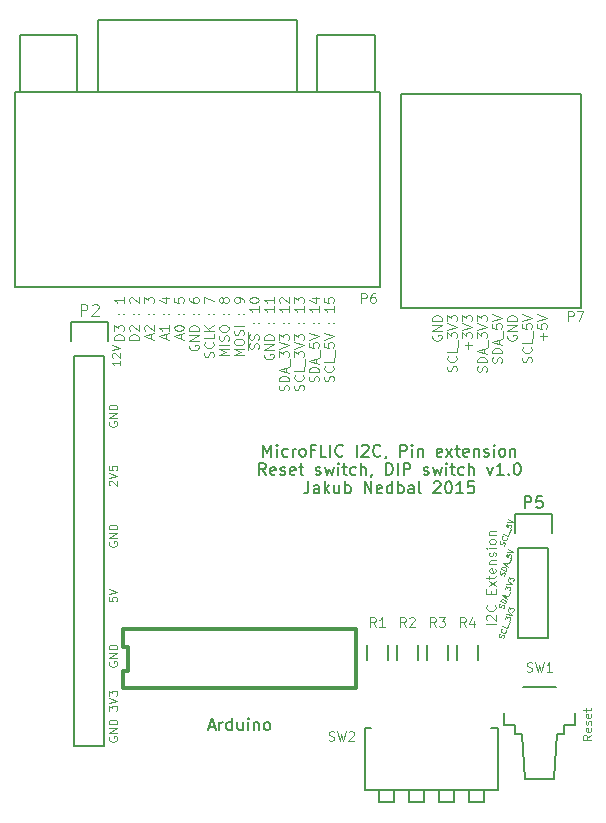
<source format=gto>
G04 #@! TF.FileFunction,Legend,Top*
%FSLAX46Y46*%
G04 Gerber Fmt 4.6, Leading zero omitted, Abs format (unit mm)*
G04 Created by KiCad (PCBNEW 4.0.0-2.201512091501+6195~38~ubuntu14.04.1-stable) date Wed 16 Dec 2015 16:01:55 GMT*
%MOMM*%
G01*
G04 APERTURE LIST*
%ADD10C,0.100000*%
%ADD11C,0.110000*%
%ADD12C,0.120000*%
%ADD13C,0.150000*%
%ADD14C,0.300000*%
G04 APERTURE END LIST*
D10*
D11*
X149160667Y-148694666D02*
X148827333Y-148928000D01*
X149160667Y-149094666D02*
X148460667Y-149094666D01*
X148460667Y-148828000D01*
X148494000Y-148761333D01*
X148527333Y-148728000D01*
X148594000Y-148694666D01*
X148694000Y-148694666D01*
X148760667Y-148728000D01*
X148794000Y-148761333D01*
X148827333Y-148828000D01*
X148827333Y-149094666D01*
X149127333Y-148128000D02*
X149160667Y-148194666D01*
X149160667Y-148328000D01*
X149127333Y-148394666D01*
X149060667Y-148428000D01*
X148794000Y-148428000D01*
X148727333Y-148394666D01*
X148694000Y-148328000D01*
X148694000Y-148194666D01*
X148727333Y-148128000D01*
X148794000Y-148094666D01*
X148860667Y-148094666D01*
X148927333Y-148428000D01*
X149127333Y-147828000D02*
X149160667Y-147761333D01*
X149160667Y-147628000D01*
X149127333Y-147561333D01*
X149060667Y-147528000D01*
X149027333Y-147528000D01*
X148960667Y-147561333D01*
X148927333Y-147628000D01*
X148927333Y-147728000D01*
X148894000Y-147794666D01*
X148827333Y-147828000D01*
X148794000Y-147828000D01*
X148727333Y-147794666D01*
X148694000Y-147728000D01*
X148694000Y-147628000D01*
X148727333Y-147561333D01*
X149127333Y-146961333D02*
X149160667Y-147027999D01*
X149160667Y-147161333D01*
X149127333Y-147227999D01*
X149060667Y-147261333D01*
X148794000Y-147261333D01*
X148727333Y-147227999D01*
X148694000Y-147161333D01*
X148694000Y-147027999D01*
X148727333Y-146961333D01*
X148794000Y-146927999D01*
X148860667Y-146927999D01*
X148927333Y-147261333D01*
X148694000Y-146727999D02*
X148694000Y-146461333D01*
X148460667Y-146627999D02*
X149060667Y-146627999D01*
X149127333Y-146594666D01*
X149160667Y-146527999D01*
X149160667Y-146461333D01*
D10*
X141776051Y-132681382D02*
X141818173Y-132628302D01*
X141854818Y-132527620D01*
X141849341Y-132480019D01*
X141836533Y-132452553D01*
X141803590Y-132417759D01*
X141763317Y-132403102D01*
X141715716Y-132408579D01*
X141688250Y-132421387D01*
X141653456Y-132454330D01*
X141604004Y-132527546D01*
X141569210Y-132560491D01*
X141541744Y-132573297D01*
X141494143Y-132578776D01*
X141453870Y-132564118D01*
X141420927Y-132529323D01*
X141408119Y-132501858D01*
X141402641Y-132454256D01*
X141439286Y-132353575D01*
X141481409Y-132300495D01*
X141997771Y-132009556D02*
X142010579Y-132037022D01*
X142008727Y-132104759D01*
X141994069Y-132145032D01*
X141951947Y-132198111D01*
X141897016Y-132223727D01*
X141849415Y-132229204D01*
X141761540Y-132220025D01*
X141701132Y-132198038D01*
X141627915Y-132148585D01*
X141594972Y-132113791D01*
X141569357Y-132058860D01*
X141571208Y-131991123D01*
X141585865Y-131950850D01*
X141627989Y-131897770D01*
X141655455Y-131884963D01*
X142177295Y-131641624D02*
X142104004Y-131842987D01*
X141681143Y-131689078D01*
X142232226Y-131616010D02*
X142349490Y-131293830D01*
X141996290Y-130823218D02*
X141923000Y-131024581D01*
X142117034Y-131118008D01*
X142104227Y-131090543D01*
X142098748Y-131042941D01*
X142135393Y-130942260D01*
X142170188Y-130909316D01*
X142197653Y-130896508D01*
X142245254Y-130891031D01*
X142345936Y-130927676D01*
X142378879Y-130962469D01*
X142391687Y-130989935D01*
X142397165Y-131037536D01*
X142360519Y-131138218D01*
X142325726Y-131171162D01*
X142298260Y-131183969D01*
X142047593Y-130682265D02*
X142521757Y-130695221D01*
X142150199Y-130400358D01*
X141772386Y-135231450D02*
X141814509Y-135178370D01*
X141851154Y-135077688D01*
X141845676Y-135030087D01*
X141832869Y-135002621D01*
X141799925Y-134967827D01*
X141759653Y-134953169D01*
X141712051Y-134958647D01*
X141684586Y-134971455D01*
X141649792Y-135004398D01*
X141600339Y-135077614D01*
X141565545Y-135110558D01*
X141538080Y-135123365D01*
X141490478Y-135128844D01*
X141450206Y-135114186D01*
X141417263Y-135079391D01*
X141404455Y-135051926D01*
X141398976Y-135004324D01*
X141435621Y-134903643D01*
X141477745Y-134850563D01*
X141946431Y-134815917D02*
X141523569Y-134662008D01*
X141560214Y-134561326D01*
X141602338Y-134508247D01*
X141657268Y-134482632D01*
X141704870Y-134477154D01*
X141792745Y-134486334D01*
X141853153Y-134508321D01*
X141926369Y-134557774D01*
X141959313Y-134592567D01*
X141984927Y-134647499D01*
X141983076Y-134715235D01*
X141946431Y-134815917D01*
X141972194Y-134369218D02*
X142045484Y-134167855D01*
X142078353Y-134453464D02*
X141706794Y-134158601D01*
X142180959Y-134171557D01*
X142235890Y-134145942D02*
X142353154Y-133823762D01*
X141999954Y-133353150D02*
X141926664Y-133554513D01*
X142120698Y-133647940D01*
X142107891Y-133620475D01*
X142102413Y-133572873D01*
X142139058Y-133472192D01*
X142173852Y-133439248D01*
X142201317Y-133426441D01*
X142248919Y-133420963D01*
X142349600Y-133457608D01*
X142382544Y-133492402D01*
X142395351Y-133519867D01*
X142400829Y-133567469D01*
X142364184Y-133668150D01*
X142329390Y-133701094D01*
X142301924Y-133713901D01*
X142051257Y-133212197D02*
X142525422Y-133225153D01*
X142153863Y-132930290D01*
X141699096Y-137972813D02*
X141741219Y-137919733D01*
X141777864Y-137819051D01*
X141772386Y-137771450D01*
X141759579Y-137743984D01*
X141726635Y-137709190D01*
X141686363Y-137694532D01*
X141638761Y-137700010D01*
X141611296Y-137712818D01*
X141576502Y-137745761D01*
X141527049Y-137818977D01*
X141492255Y-137851921D01*
X141464790Y-137864728D01*
X141417188Y-137870207D01*
X141376916Y-137855549D01*
X141343973Y-137820754D01*
X141331165Y-137793289D01*
X141325686Y-137745687D01*
X141362331Y-137645006D01*
X141404455Y-137591926D01*
X141873141Y-137557280D02*
X141450279Y-137403371D01*
X141486924Y-137302689D01*
X141529048Y-137249610D01*
X141583978Y-137223995D01*
X141631580Y-137218517D01*
X141719454Y-137227697D01*
X141779863Y-137249684D01*
X141853079Y-137299137D01*
X141886023Y-137333930D01*
X141911637Y-137388862D01*
X141909786Y-137456598D01*
X141873141Y-137557280D01*
X141898903Y-137110581D02*
X141972194Y-136909218D01*
X142005063Y-137194827D02*
X141633504Y-136899964D01*
X142107669Y-136912920D01*
X142162600Y-136887305D02*
X142279864Y-136565125D01*
X141838716Y-136336149D02*
X141933993Y-136074378D01*
X142043781Y-136273964D01*
X142065768Y-136213555D01*
X142100562Y-136180611D01*
X142128027Y-136167804D01*
X142175628Y-136162326D01*
X142276310Y-136198971D01*
X142309254Y-136233765D01*
X142322061Y-136261230D01*
X142327539Y-136308832D01*
X142283565Y-136429650D01*
X142248771Y-136462593D01*
X142221305Y-136475400D01*
X141977967Y-135953560D02*
X142452132Y-135966516D01*
X142080573Y-135671653D01*
X142117218Y-135570971D02*
X142212495Y-135309200D01*
X142322282Y-135508786D01*
X142344270Y-135448377D01*
X142379064Y-135415434D01*
X142406529Y-135402626D01*
X142454130Y-135397148D01*
X142554812Y-135433793D01*
X142587755Y-135468587D01*
X142600563Y-135496053D01*
X142606041Y-135543654D01*
X142562066Y-135664472D01*
X142527273Y-135697416D01*
X142499807Y-135710222D01*
X141702760Y-140502745D02*
X141744883Y-140449665D01*
X141781528Y-140348983D01*
X141776051Y-140301382D01*
X141763243Y-140273916D01*
X141730299Y-140239122D01*
X141690027Y-140224464D01*
X141642426Y-140229942D01*
X141614960Y-140242750D01*
X141580166Y-140275693D01*
X141530714Y-140348909D01*
X141495920Y-140381854D01*
X141468454Y-140394660D01*
X141420853Y-140400139D01*
X141380580Y-140385481D01*
X141347637Y-140350686D01*
X141334829Y-140323221D01*
X141329351Y-140275619D01*
X141365995Y-140174938D01*
X141408119Y-140121858D01*
X141924481Y-139830919D02*
X141937288Y-139858385D01*
X141935437Y-139926122D01*
X141920779Y-139966395D01*
X141878657Y-140019474D01*
X141823726Y-140045090D01*
X141776125Y-140050567D01*
X141688250Y-140041388D01*
X141627842Y-140019401D01*
X141554625Y-139969948D01*
X141521681Y-139935154D01*
X141496067Y-139880223D01*
X141497917Y-139812486D01*
X141512575Y-139772213D01*
X141554699Y-139719133D01*
X141582165Y-139706326D01*
X142104004Y-139462987D02*
X142030714Y-139664350D01*
X141607853Y-139510441D01*
X142158936Y-139437373D02*
X142276200Y-139115193D01*
X141835052Y-138886217D02*
X141930329Y-138624446D01*
X142040116Y-138824032D01*
X142062103Y-138763623D01*
X142096898Y-138730679D01*
X142124363Y-138717871D01*
X142171964Y-138712394D01*
X142272646Y-138749039D01*
X142305589Y-138783832D01*
X142318397Y-138811298D01*
X142323874Y-138858899D01*
X142279900Y-138979718D01*
X142245107Y-139012661D01*
X142217641Y-139025468D01*
X141974303Y-138503628D02*
X142448467Y-138516584D01*
X142076909Y-138221721D01*
X142113554Y-138121039D02*
X142208831Y-137859268D01*
X142318618Y-138058854D01*
X142340605Y-137998445D01*
X142375400Y-137965502D01*
X142402865Y-137952694D01*
X142450466Y-137947216D01*
X142551147Y-137983861D01*
X142584091Y-138018655D01*
X142596899Y-138046121D01*
X142602376Y-138093722D01*
X142558402Y-138214540D01*
X142523608Y-138247484D01*
X142496143Y-138260290D01*
D11*
X109282667Y-117019334D02*
X109282667Y-117419334D01*
X109282667Y-117219334D02*
X108582667Y-117219334D01*
X108682667Y-117286000D01*
X108749333Y-117352667D01*
X108782667Y-117419334D01*
X108649333Y-116752667D02*
X108616000Y-116719333D01*
X108582667Y-116652667D01*
X108582667Y-116486000D01*
X108616000Y-116419333D01*
X108649333Y-116386000D01*
X108716000Y-116352667D01*
X108782667Y-116352667D01*
X108882667Y-116386000D01*
X109282667Y-116786000D01*
X109282667Y-116352667D01*
X108582667Y-116152666D02*
X109282667Y-115919333D01*
X108582667Y-115686000D01*
X108362000Y-122199333D02*
X108328667Y-122265999D01*
X108328667Y-122365999D01*
X108362000Y-122465999D01*
X108428667Y-122532666D01*
X108495333Y-122565999D01*
X108628667Y-122599333D01*
X108728667Y-122599333D01*
X108862000Y-122565999D01*
X108928667Y-122532666D01*
X108995333Y-122465999D01*
X109028667Y-122365999D01*
X109028667Y-122299333D01*
X108995333Y-122199333D01*
X108962000Y-122165999D01*
X108728667Y-122165999D01*
X108728667Y-122299333D01*
X109028667Y-121865999D02*
X108328667Y-121865999D01*
X109028667Y-121465999D01*
X108328667Y-121465999D01*
X109028667Y-121132666D02*
X108328667Y-121132666D01*
X108328667Y-120966000D01*
X108362000Y-120866000D01*
X108428667Y-120799333D01*
X108495333Y-120766000D01*
X108628667Y-120732666D01*
X108728667Y-120732666D01*
X108862000Y-120766000D01*
X108928667Y-120799333D01*
X108995333Y-120866000D01*
X109028667Y-120966000D01*
X109028667Y-121132666D01*
X108395333Y-127579334D02*
X108362000Y-127546000D01*
X108328667Y-127479334D01*
X108328667Y-127312667D01*
X108362000Y-127246000D01*
X108395333Y-127212667D01*
X108462000Y-127179334D01*
X108528667Y-127179334D01*
X108628667Y-127212667D01*
X109028667Y-127612667D01*
X109028667Y-127179334D01*
X108328667Y-126979333D02*
X109028667Y-126746000D01*
X108328667Y-126512667D01*
X108328667Y-125946000D02*
X108328667Y-126279333D01*
X108662000Y-126312667D01*
X108628667Y-126279333D01*
X108595333Y-126212667D01*
X108595333Y-126046000D01*
X108628667Y-125979333D01*
X108662000Y-125946000D01*
X108728667Y-125912667D01*
X108895333Y-125912667D01*
X108962000Y-125946000D01*
X108995333Y-125979333D01*
X109028667Y-126046000D01*
X109028667Y-126212667D01*
X108995333Y-126279333D01*
X108962000Y-126312667D01*
X108362000Y-132359333D02*
X108328667Y-132425999D01*
X108328667Y-132525999D01*
X108362000Y-132625999D01*
X108428667Y-132692666D01*
X108495333Y-132725999D01*
X108628667Y-132759333D01*
X108728667Y-132759333D01*
X108862000Y-132725999D01*
X108928667Y-132692666D01*
X108995333Y-132625999D01*
X109028667Y-132525999D01*
X109028667Y-132459333D01*
X108995333Y-132359333D01*
X108962000Y-132325999D01*
X108728667Y-132325999D01*
X108728667Y-132459333D01*
X109028667Y-132025999D02*
X108328667Y-132025999D01*
X109028667Y-131625999D01*
X108328667Y-131625999D01*
X109028667Y-131292666D02*
X108328667Y-131292666D01*
X108328667Y-131126000D01*
X108362000Y-131026000D01*
X108428667Y-130959333D01*
X108495333Y-130926000D01*
X108628667Y-130892666D01*
X108728667Y-130892666D01*
X108862000Y-130926000D01*
X108928667Y-130959333D01*
X108995333Y-131026000D01*
X109028667Y-131126000D01*
X109028667Y-131292666D01*
X108328667Y-137039333D02*
X108328667Y-137372666D01*
X108662000Y-137406000D01*
X108628667Y-137372666D01*
X108595333Y-137306000D01*
X108595333Y-137139333D01*
X108628667Y-137072666D01*
X108662000Y-137039333D01*
X108728667Y-137006000D01*
X108895333Y-137006000D01*
X108962000Y-137039333D01*
X108995333Y-137072666D01*
X109028667Y-137139333D01*
X109028667Y-137306000D01*
X108995333Y-137372666D01*
X108962000Y-137406000D01*
X108328667Y-136805999D02*
X109028667Y-136572666D01*
X108328667Y-136339333D01*
X108362000Y-142519333D02*
X108328667Y-142585999D01*
X108328667Y-142685999D01*
X108362000Y-142785999D01*
X108428667Y-142852666D01*
X108495333Y-142885999D01*
X108628667Y-142919333D01*
X108728667Y-142919333D01*
X108862000Y-142885999D01*
X108928667Y-142852666D01*
X108995333Y-142785999D01*
X109028667Y-142685999D01*
X109028667Y-142619333D01*
X108995333Y-142519333D01*
X108962000Y-142485999D01*
X108728667Y-142485999D01*
X108728667Y-142619333D01*
X109028667Y-142185999D02*
X108328667Y-142185999D01*
X109028667Y-141785999D01*
X108328667Y-141785999D01*
X109028667Y-141452666D02*
X108328667Y-141452666D01*
X108328667Y-141286000D01*
X108362000Y-141186000D01*
X108428667Y-141119333D01*
X108495333Y-141086000D01*
X108628667Y-141052666D01*
X108728667Y-141052666D01*
X108862000Y-141086000D01*
X108928667Y-141119333D01*
X108995333Y-141186000D01*
X109028667Y-141286000D01*
X109028667Y-141452666D01*
X108328667Y-146662667D02*
X108328667Y-146229334D01*
X108595333Y-146462667D01*
X108595333Y-146362667D01*
X108628667Y-146296000D01*
X108662000Y-146262667D01*
X108728667Y-146229334D01*
X108895333Y-146229334D01*
X108962000Y-146262667D01*
X108995333Y-146296000D01*
X109028667Y-146362667D01*
X109028667Y-146562667D01*
X108995333Y-146629334D01*
X108962000Y-146662667D01*
X108328667Y-146029333D02*
X109028667Y-145796000D01*
X108328667Y-145562667D01*
X108328667Y-145396000D02*
X108328667Y-144962667D01*
X108595333Y-145196000D01*
X108595333Y-145096000D01*
X108628667Y-145029333D01*
X108662000Y-144996000D01*
X108728667Y-144962667D01*
X108895333Y-144962667D01*
X108962000Y-144996000D01*
X108995333Y-145029333D01*
X109028667Y-145096000D01*
X109028667Y-145296000D01*
X108995333Y-145362667D01*
X108962000Y-145396000D01*
X108362000Y-148869333D02*
X108328667Y-148935999D01*
X108328667Y-149035999D01*
X108362000Y-149135999D01*
X108428667Y-149202666D01*
X108495333Y-149235999D01*
X108628667Y-149269333D01*
X108728667Y-149269333D01*
X108862000Y-149235999D01*
X108928667Y-149202666D01*
X108995333Y-149135999D01*
X109028667Y-149035999D01*
X109028667Y-148969333D01*
X108995333Y-148869333D01*
X108962000Y-148835999D01*
X108728667Y-148835999D01*
X108728667Y-148969333D01*
X109028667Y-148535999D02*
X108328667Y-148535999D01*
X109028667Y-148135999D01*
X108328667Y-148135999D01*
X109028667Y-147802666D02*
X108328667Y-147802666D01*
X108328667Y-147636000D01*
X108362000Y-147536000D01*
X108428667Y-147469333D01*
X108495333Y-147436000D01*
X108628667Y-147402666D01*
X108728667Y-147402666D01*
X108862000Y-147436000D01*
X108928667Y-147469333D01*
X108995333Y-147536000D01*
X109028667Y-147636000D01*
X109028667Y-147802666D01*
D12*
X141077905Y-139324858D02*
X140277905Y-139324858D01*
X140354095Y-138982001D02*
X140316000Y-138943906D01*
X140277905Y-138867715D01*
X140277905Y-138677239D01*
X140316000Y-138601049D01*
X140354095Y-138562953D01*
X140430286Y-138524858D01*
X140506476Y-138524858D01*
X140620762Y-138562953D01*
X141077905Y-139020096D01*
X141077905Y-138524858D01*
X141001714Y-137724858D02*
X141039810Y-137762953D01*
X141077905Y-137877239D01*
X141077905Y-137953429D01*
X141039810Y-138067715D01*
X140963619Y-138143906D01*
X140887429Y-138182001D01*
X140735048Y-138220096D01*
X140620762Y-138220096D01*
X140468381Y-138182001D01*
X140392190Y-138143906D01*
X140316000Y-138067715D01*
X140277905Y-137953429D01*
X140277905Y-137877239D01*
X140316000Y-137762953D01*
X140354095Y-137724858D01*
X140658857Y-136772477D02*
X140658857Y-136505810D01*
X141077905Y-136391524D02*
X141077905Y-136772477D01*
X140277905Y-136772477D01*
X140277905Y-136391524D01*
X141077905Y-136124857D02*
X140544571Y-135705810D01*
X140544571Y-136124857D02*
X141077905Y-135705810D01*
X140544571Y-135515334D02*
X140544571Y-135210572D01*
X140277905Y-135401048D02*
X140963619Y-135401048D01*
X141039810Y-135362953D01*
X141077905Y-135286762D01*
X141077905Y-135210572D01*
X141039810Y-134639143D02*
X141077905Y-134715333D01*
X141077905Y-134867714D01*
X141039810Y-134943905D01*
X140963619Y-134982000D01*
X140658857Y-134982000D01*
X140582667Y-134943905D01*
X140544571Y-134867714D01*
X140544571Y-134715333D01*
X140582667Y-134639143D01*
X140658857Y-134601048D01*
X140735048Y-134601048D01*
X140811238Y-134982000D01*
X140544571Y-134258191D02*
X141077905Y-134258191D01*
X140620762Y-134258191D02*
X140582667Y-134220096D01*
X140544571Y-134143905D01*
X140544571Y-134029619D01*
X140582667Y-133953429D01*
X140658857Y-133915334D01*
X141077905Y-133915334D01*
X141039810Y-133572476D02*
X141077905Y-133496286D01*
X141077905Y-133343905D01*
X141039810Y-133267714D01*
X140963619Y-133229619D01*
X140925524Y-133229619D01*
X140849333Y-133267714D01*
X140811238Y-133343905D01*
X140811238Y-133458190D01*
X140773143Y-133534381D01*
X140696952Y-133572476D01*
X140658857Y-133572476D01*
X140582667Y-133534381D01*
X140544571Y-133458190D01*
X140544571Y-133343905D01*
X140582667Y-133267714D01*
X141077905Y-132886762D02*
X140544571Y-132886762D01*
X140277905Y-132886762D02*
X140316000Y-132924857D01*
X140354095Y-132886762D01*
X140316000Y-132848667D01*
X140277905Y-132886762D01*
X140354095Y-132886762D01*
X141077905Y-132391524D02*
X141039810Y-132467715D01*
X141001714Y-132505810D01*
X140925524Y-132543905D01*
X140696952Y-132543905D01*
X140620762Y-132505810D01*
X140582667Y-132467715D01*
X140544571Y-132391524D01*
X140544571Y-132277238D01*
X140582667Y-132201048D01*
X140620762Y-132162953D01*
X140696952Y-132124857D01*
X140925524Y-132124857D01*
X141001714Y-132162953D01*
X141039810Y-132201048D01*
X141077905Y-132277238D01*
X141077905Y-132391524D01*
X140544571Y-131782000D02*
X141077905Y-131782000D01*
X140620762Y-131782000D02*
X140582667Y-131743905D01*
X140544571Y-131667714D01*
X140544571Y-131553428D01*
X140582667Y-131477238D01*
X140658857Y-131439143D01*
X141077905Y-131439143D01*
D13*
X116784762Y-147994667D02*
X117260953Y-147994667D01*
X116689524Y-148280381D02*
X117022857Y-147280381D01*
X117356191Y-148280381D01*
X117689524Y-148280381D02*
X117689524Y-147613714D01*
X117689524Y-147804190D02*
X117737143Y-147708952D01*
X117784762Y-147661333D01*
X117880000Y-147613714D01*
X117975239Y-147613714D01*
X118737144Y-148280381D02*
X118737144Y-147280381D01*
X118737144Y-148232762D02*
X118641906Y-148280381D01*
X118451429Y-148280381D01*
X118356191Y-148232762D01*
X118308572Y-148185143D01*
X118260953Y-148089905D01*
X118260953Y-147804190D01*
X118308572Y-147708952D01*
X118356191Y-147661333D01*
X118451429Y-147613714D01*
X118641906Y-147613714D01*
X118737144Y-147661333D01*
X119641906Y-147613714D02*
X119641906Y-148280381D01*
X119213334Y-147613714D02*
X119213334Y-148137524D01*
X119260953Y-148232762D01*
X119356191Y-148280381D01*
X119499049Y-148280381D01*
X119594287Y-148232762D01*
X119641906Y-148185143D01*
X120118096Y-148280381D02*
X120118096Y-147613714D01*
X120118096Y-147280381D02*
X120070477Y-147328000D01*
X120118096Y-147375619D01*
X120165715Y-147328000D01*
X120118096Y-147280381D01*
X120118096Y-147375619D01*
X120594286Y-147613714D02*
X120594286Y-148280381D01*
X120594286Y-147708952D02*
X120641905Y-147661333D01*
X120737143Y-147613714D01*
X120880001Y-147613714D01*
X120975239Y-147661333D01*
X121022858Y-147756571D01*
X121022858Y-148280381D01*
X121641905Y-148280381D02*
X121546667Y-148232762D01*
X121499048Y-148185143D01*
X121451429Y-148089905D01*
X121451429Y-147804190D01*
X121499048Y-147708952D01*
X121546667Y-147661333D01*
X121641905Y-147613714D01*
X121784763Y-147613714D01*
X121880001Y-147661333D01*
X121927620Y-147708952D01*
X121975239Y-147804190D01*
X121975239Y-148089905D01*
X121927620Y-148185143D01*
X121880001Y-148232762D01*
X121784763Y-148280381D01*
X121641905Y-148280381D01*
D12*
X127323810Y-118744096D02*
X127361905Y-118629810D01*
X127361905Y-118439334D01*
X127323810Y-118363144D01*
X127285714Y-118325048D01*
X127209524Y-118286953D01*
X127133333Y-118286953D01*
X127057143Y-118325048D01*
X127019048Y-118363144D01*
X126980952Y-118439334D01*
X126942857Y-118591715D01*
X126904762Y-118667906D01*
X126866667Y-118706001D01*
X126790476Y-118744096D01*
X126714286Y-118744096D01*
X126638095Y-118706001D01*
X126600000Y-118667906D01*
X126561905Y-118591715D01*
X126561905Y-118401239D01*
X126600000Y-118286953D01*
X127285714Y-117486953D02*
X127323810Y-117525048D01*
X127361905Y-117639334D01*
X127361905Y-117715524D01*
X127323810Y-117829810D01*
X127247619Y-117906001D01*
X127171429Y-117944096D01*
X127019048Y-117982191D01*
X126904762Y-117982191D01*
X126752381Y-117944096D01*
X126676190Y-117906001D01*
X126600000Y-117829810D01*
X126561905Y-117715524D01*
X126561905Y-117639334D01*
X126600000Y-117525048D01*
X126638095Y-117486953D01*
X127361905Y-116763143D02*
X127361905Y-117144096D01*
X126561905Y-117144096D01*
X127438095Y-116686953D02*
X127438095Y-116077429D01*
X126561905Y-115506000D02*
X126561905Y-115886953D01*
X126942857Y-115925048D01*
X126904762Y-115886953D01*
X126866667Y-115810762D01*
X126866667Y-115620286D01*
X126904762Y-115544096D01*
X126942857Y-115506000D01*
X127019048Y-115467905D01*
X127209524Y-115467905D01*
X127285714Y-115506000D01*
X127323810Y-115544096D01*
X127361905Y-115620286D01*
X127361905Y-115810762D01*
X127323810Y-115886953D01*
X127285714Y-115925048D01*
X126561905Y-115239334D02*
X127361905Y-114972667D01*
X126561905Y-114706000D01*
X127285714Y-113829810D02*
X127323810Y-113791715D01*
X127361905Y-113829810D01*
X127323810Y-113867905D01*
X127285714Y-113829810D01*
X127361905Y-113829810D01*
X126866667Y-113829810D02*
X126904762Y-113791715D01*
X126942857Y-113829810D01*
X126904762Y-113867905D01*
X126866667Y-113829810D01*
X126942857Y-113829810D01*
X127361905Y-112420286D02*
X127361905Y-112877429D01*
X127361905Y-112648858D02*
X126561905Y-112648858D01*
X126676190Y-112725048D01*
X126752381Y-112801239D01*
X126790476Y-112877429D01*
X126561905Y-111696476D02*
X126561905Y-112077429D01*
X126942857Y-112115524D01*
X126904762Y-112077429D01*
X126866667Y-112001238D01*
X126866667Y-111810762D01*
X126904762Y-111734572D01*
X126942857Y-111696476D01*
X127019048Y-111658381D01*
X127209524Y-111658381D01*
X127285714Y-111696476D01*
X127323810Y-111734572D01*
X127361905Y-111810762D01*
X127361905Y-112001238D01*
X127323810Y-112077429D01*
X127285714Y-112115524D01*
X126053810Y-118782191D02*
X126091905Y-118667905D01*
X126091905Y-118477429D01*
X126053810Y-118401239D01*
X126015714Y-118363143D01*
X125939524Y-118325048D01*
X125863333Y-118325048D01*
X125787143Y-118363143D01*
X125749048Y-118401239D01*
X125710952Y-118477429D01*
X125672857Y-118629810D01*
X125634762Y-118706001D01*
X125596667Y-118744096D01*
X125520476Y-118782191D01*
X125444286Y-118782191D01*
X125368095Y-118744096D01*
X125330000Y-118706001D01*
X125291905Y-118629810D01*
X125291905Y-118439334D01*
X125330000Y-118325048D01*
X126091905Y-117982191D02*
X125291905Y-117982191D01*
X125291905Y-117791715D01*
X125330000Y-117677429D01*
X125406190Y-117601238D01*
X125482381Y-117563143D01*
X125634762Y-117525048D01*
X125749048Y-117525048D01*
X125901429Y-117563143D01*
X125977619Y-117601238D01*
X126053810Y-117677429D01*
X126091905Y-117791715D01*
X126091905Y-117982191D01*
X125863333Y-117220286D02*
X125863333Y-116839334D01*
X126091905Y-117296477D02*
X125291905Y-117029810D01*
X126091905Y-116763143D01*
X126168095Y-116686953D02*
X126168095Y-116077429D01*
X125291905Y-115506000D02*
X125291905Y-115886953D01*
X125672857Y-115925048D01*
X125634762Y-115886953D01*
X125596667Y-115810762D01*
X125596667Y-115620286D01*
X125634762Y-115544096D01*
X125672857Y-115506000D01*
X125749048Y-115467905D01*
X125939524Y-115467905D01*
X126015714Y-115506000D01*
X126053810Y-115544096D01*
X126091905Y-115620286D01*
X126091905Y-115810762D01*
X126053810Y-115886953D01*
X126015714Y-115925048D01*
X125291905Y-115239334D02*
X126091905Y-114972667D01*
X125291905Y-114706000D01*
X126015714Y-113829810D02*
X126053810Y-113791715D01*
X126091905Y-113829810D01*
X126053810Y-113867905D01*
X126015714Y-113829810D01*
X126091905Y-113829810D01*
X125596667Y-113829810D02*
X125634762Y-113791715D01*
X125672857Y-113829810D01*
X125634762Y-113867905D01*
X125596667Y-113829810D01*
X125672857Y-113829810D01*
X126091905Y-112420286D02*
X126091905Y-112877429D01*
X126091905Y-112648858D02*
X125291905Y-112648858D01*
X125406190Y-112725048D01*
X125482381Y-112801239D01*
X125520476Y-112877429D01*
X125558571Y-111734572D02*
X126091905Y-111734572D01*
X125253810Y-111925048D02*
X125825238Y-112115524D01*
X125825238Y-111620286D01*
X124783810Y-119506001D02*
X124821905Y-119391715D01*
X124821905Y-119201239D01*
X124783810Y-119125049D01*
X124745714Y-119086953D01*
X124669524Y-119048858D01*
X124593333Y-119048858D01*
X124517143Y-119086953D01*
X124479048Y-119125049D01*
X124440952Y-119201239D01*
X124402857Y-119353620D01*
X124364762Y-119429811D01*
X124326667Y-119467906D01*
X124250476Y-119506001D01*
X124174286Y-119506001D01*
X124098095Y-119467906D01*
X124060000Y-119429811D01*
X124021905Y-119353620D01*
X124021905Y-119163144D01*
X124060000Y-119048858D01*
X124745714Y-118248858D02*
X124783810Y-118286953D01*
X124821905Y-118401239D01*
X124821905Y-118477429D01*
X124783810Y-118591715D01*
X124707619Y-118667906D01*
X124631429Y-118706001D01*
X124479048Y-118744096D01*
X124364762Y-118744096D01*
X124212381Y-118706001D01*
X124136190Y-118667906D01*
X124060000Y-118591715D01*
X124021905Y-118477429D01*
X124021905Y-118401239D01*
X124060000Y-118286953D01*
X124098095Y-118248858D01*
X124821905Y-117525048D02*
X124821905Y-117906001D01*
X124021905Y-117906001D01*
X124898095Y-117448858D02*
X124898095Y-116839334D01*
X124021905Y-116725048D02*
X124021905Y-116229810D01*
X124326667Y-116496477D01*
X124326667Y-116382191D01*
X124364762Y-116306001D01*
X124402857Y-116267905D01*
X124479048Y-116229810D01*
X124669524Y-116229810D01*
X124745714Y-116267905D01*
X124783810Y-116306001D01*
X124821905Y-116382191D01*
X124821905Y-116610763D01*
X124783810Y-116686953D01*
X124745714Y-116725048D01*
X124021905Y-116001239D02*
X124821905Y-115734572D01*
X124021905Y-115467905D01*
X124021905Y-115277429D02*
X124021905Y-114782191D01*
X124326667Y-115048858D01*
X124326667Y-114934572D01*
X124364762Y-114858382D01*
X124402857Y-114820286D01*
X124479048Y-114782191D01*
X124669524Y-114782191D01*
X124745714Y-114820286D01*
X124783810Y-114858382D01*
X124821905Y-114934572D01*
X124821905Y-115163144D01*
X124783810Y-115239334D01*
X124745714Y-115277429D01*
X124745714Y-113829810D02*
X124783810Y-113791715D01*
X124821905Y-113829810D01*
X124783810Y-113867905D01*
X124745714Y-113829810D01*
X124821905Y-113829810D01*
X124326667Y-113829810D02*
X124364762Y-113791715D01*
X124402857Y-113829810D01*
X124364762Y-113867905D01*
X124326667Y-113829810D01*
X124402857Y-113829810D01*
X124821905Y-112420286D02*
X124821905Y-112877429D01*
X124821905Y-112648858D02*
X124021905Y-112648858D01*
X124136190Y-112725048D01*
X124212381Y-112801239D01*
X124250476Y-112877429D01*
X124021905Y-112153619D02*
X124021905Y-111658381D01*
X124326667Y-111925048D01*
X124326667Y-111810762D01*
X124364762Y-111734572D01*
X124402857Y-111696476D01*
X124479048Y-111658381D01*
X124669524Y-111658381D01*
X124745714Y-111696476D01*
X124783810Y-111734572D01*
X124821905Y-111810762D01*
X124821905Y-112039334D01*
X124783810Y-112115524D01*
X124745714Y-112153619D01*
X123513810Y-119544096D02*
X123551905Y-119429810D01*
X123551905Y-119239334D01*
X123513810Y-119163144D01*
X123475714Y-119125048D01*
X123399524Y-119086953D01*
X123323333Y-119086953D01*
X123247143Y-119125048D01*
X123209048Y-119163144D01*
X123170952Y-119239334D01*
X123132857Y-119391715D01*
X123094762Y-119467906D01*
X123056667Y-119506001D01*
X122980476Y-119544096D01*
X122904286Y-119544096D01*
X122828095Y-119506001D01*
X122790000Y-119467906D01*
X122751905Y-119391715D01*
X122751905Y-119201239D01*
X122790000Y-119086953D01*
X123551905Y-118744096D02*
X122751905Y-118744096D01*
X122751905Y-118553620D01*
X122790000Y-118439334D01*
X122866190Y-118363143D01*
X122942381Y-118325048D01*
X123094762Y-118286953D01*
X123209048Y-118286953D01*
X123361429Y-118325048D01*
X123437619Y-118363143D01*
X123513810Y-118439334D01*
X123551905Y-118553620D01*
X123551905Y-118744096D01*
X123323333Y-117982191D02*
X123323333Y-117601239D01*
X123551905Y-118058382D02*
X122751905Y-117791715D01*
X123551905Y-117525048D01*
X123628095Y-117448858D02*
X123628095Y-116839334D01*
X122751905Y-116725048D02*
X122751905Y-116229810D01*
X123056667Y-116496477D01*
X123056667Y-116382191D01*
X123094762Y-116306001D01*
X123132857Y-116267905D01*
X123209048Y-116229810D01*
X123399524Y-116229810D01*
X123475714Y-116267905D01*
X123513810Y-116306001D01*
X123551905Y-116382191D01*
X123551905Y-116610763D01*
X123513810Y-116686953D01*
X123475714Y-116725048D01*
X122751905Y-116001239D02*
X123551905Y-115734572D01*
X122751905Y-115467905D01*
X122751905Y-115277429D02*
X122751905Y-114782191D01*
X123056667Y-115048858D01*
X123056667Y-114934572D01*
X123094762Y-114858382D01*
X123132857Y-114820286D01*
X123209048Y-114782191D01*
X123399524Y-114782191D01*
X123475714Y-114820286D01*
X123513810Y-114858382D01*
X123551905Y-114934572D01*
X123551905Y-115163144D01*
X123513810Y-115239334D01*
X123475714Y-115277429D01*
X123475714Y-113829810D02*
X123513810Y-113791715D01*
X123551905Y-113829810D01*
X123513810Y-113867905D01*
X123475714Y-113829810D01*
X123551905Y-113829810D01*
X123056667Y-113829810D02*
X123094762Y-113791715D01*
X123132857Y-113829810D01*
X123094762Y-113867905D01*
X123056667Y-113829810D01*
X123132857Y-113829810D01*
X123551905Y-112420286D02*
X123551905Y-112877429D01*
X123551905Y-112648858D02*
X122751905Y-112648858D01*
X122866190Y-112725048D01*
X122942381Y-112801239D01*
X122980476Y-112877429D01*
X122828095Y-112115524D02*
X122790000Y-112077429D01*
X122751905Y-112001238D01*
X122751905Y-111810762D01*
X122790000Y-111734572D01*
X122828095Y-111696476D01*
X122904286Y-111658381D01*
X122980476Y-111658381D01*
X123094762Y-111696476D01*
X123551905Y-112153619D01*
X123551905Y-111658381D01*
X121520000Y-116458381D02*
X121481905Y-116534572D01*
X121481905Y-116648857D01*
X121520000Y-116763143D01*
X121596190Y-116839334D01*
X121672381Y-116877429D01*
X121824762Y-116915524D01*
X121939048Y-116915524D01*
X122091429Y-116877429D01*
X122167619Y-116839334D01*
X122243810Y-116763143D01*
X122281905Y-116648857D01*
X122281905Y-116572667D01*
X122243810Y-116458381D01*
X122205714Y-116420286D01*
X121939048Y-116420286D01*
X121939048Y-116572667D01*
X122281905Y-116077429D02*
X121481905Y-116077429D01*
X122281905Y-115620286D01*
X121481905Y-115620286D01*
X122281905Y-115239334D02*
X121481905Y-115239334D01*
X121481905Y-115048858D01*
X121520000Y-114934572D01*
X121596190Y-114858381D01*
X121672381Y-114820286D01*
X121824762Y-114782191D01*
X121939048Y-114782191D01*
X122091429Y-114820286D01*
X122167619Y-114858381D01*
X122243810Y-114934572D01*
X122281905Y-115048858D01*
X122281905Y-115239334D01*
X122205714Y-113829810D02*
X122243810Y-113791715D01*
X122281905Y-113829810D01*
X122243810Y-113867905D01*
X122205714Y-113829810D01*
X122281905Y-113829810D01*
X121786667Y-113829810D02*
X121824762Y-113791715D01*
X121862857Y-113829810D01*
X121824762Y-113867905D01*
X121786667Y-113829810D01*
X121862857Y-113829810D01*
X122281905Y-112420286D02*
X122281905Y-112877429D01*
X122281905Y-112648858D02*
X121481905Y-112648858D01*
X121596190Y-112725048D01*
X121672381Y-112801239D01*
X121710476Y-112877429D01*
X122281905Y-111658381D02*
X122281905Y-112115524D01*
X122281905Y-111886953D02*
X121481905Y-111886953D01*
X121596190Y-111963143D01*
X121672381Y-112039334D01*
X121710476Y-112115524D01*
X120973810Y-116001239D02*
X121011905Y-115886953D01*
X121011905Y-115696477D01*
X120973810Y-115620287D01*
X120935714Y-115582191D01*
X120859524Y-115544096D01*
X120783333Y-115544096D01*
X120707143Y-115582191D01*
X120669048Y-115620287D01*
X120630952Y-115696477D01*
X120592857Y-115848858D01*
X120554762Y-115925049D01*
X120516667Y-115963144D01*
X120440476Y-116001239D01*
X120364286Y-116001239D01*
X120288095Y-115963144D01*
X120250000Y-115925049D01*
X120211905Y-115848858D01*
X120211905Y-115658382D01*
X120250000Y-115544096D01*
X120973810Y-115239334D02*
X121011905Y-115125048D01*
X121011905Y-114934572D01*
X120973810Y-114858382D01*
X120935714Y-114820286D01*
X120859524Y-114782191D01*
X120783333Y-114782191D01*
X120707143Y-114820286D01*
X120669048Y-114858382D01*
X120630952Y-114934572D01*
X120592857Y-115086953D01*
X120554762Y-115163144D01*
X120516667Y-115201239D01*
X120440476Y-115239334D01*
X120364286Y-115239334D01*
X120288095Y-115201239D01*
X120250000Y-115163144D01*
X120211905Y-115086953D01*
X120211905Y-114896477D01*
X120250000Y-114782191D01*
X120074000Y-116153620D02*
X120074000Y-114629810D01*
X120935714Y-113829810D02*
X120973810Y-113791715D01*
X121011905Y-113829810D01*
X120973810Y-113867905D01*
X120935714Y-113829810D01*
X121011905Y-113829810D01*
X120516667Y-113829810D02*
X120554762Y-113791715D01*
X120592857Y-113829810D01*
X120554762Y-113867905D01*
X120516667Y-113829810D01*
X120592857Y-113829810D01*
X121011905Y-112420286D02*
X121011905Y-112877429D01*
X121011905Y-112648858D02*
X120211905Y-112648858D01*
X120326190Y-112725048D01*
X120402381Y-112801239D01*
X120440476Y-112877429D01*
X120211905Y-111925048D02*
X120211905Y-111848857D01*
X120250000Y-111772667D01*
X120288095Y-111734572D01*
X120364286Y-111696476D01*
X120516667Y-111658381D01*
X120707143Y-111658381D01*
X120859524Y-111696476D01*
X120935714Y-111734572D01*
X120973810Y-111772667D01*
X121011905Y-111848857D01*
X121011905Y-111925048D01*
X120973810Y-112001238D01*
X120935714Y-112039334D01*
X120859524Y-112077429D01*
X120707143Y-112115524D01*
X120516667Y-112115524D01*
X120364286Y-112077429D01*
X120288095Y-112039334D01*
X120250000Y-112001238D01*
X120211905Y-111925048D01*
X117163810Y-116725048D02*
X117201905Y-116610762D01*
X117201905Y-116420286D01*
X117163810Y-116344096D01*
X117125714Y-116306000D01*
X117049524Y-116267905D01*
X116973333Y-116267905D01*
X116897143Y-116306000D01*
X116859048Y-116344096D01*
X116820952Y-116420286D01*
X116782857Y-116572667D01*
X116744762Y-116648858D01*
X116706667Y-116686953D01*
X116630476Y-116725048D01*
X116554286Y-116725048D01*
X116478095Y-116686953D01*
X116440000Y-116648858D01*
X116401905Y-116572667D01*
X116401905Y-116382191D01*
X116440000Y-116267905D01*
X117125714Y-115467905D02*
X117163810Y-115506000D01*
X117201905Y-115620286D01*
X117201905Y-115696476D01*
X117163810Y-115810762D01*
X117087619Y-115886953D01*
X117011429Y-115925048D01*
X116859048Y-115963143D01*
X116744762Y-115963143D01*
X116592381Y-115925048D01*
X116516190Y-115886953D01*
X116440000Y-115810762D01*
X116401905Y-115696476D01*
X116401905Y-115620286D01*
X116440000Y-115506000D01*
X116478095Y-115467905D01*
X117201905Y-114744095D02*
X117201905Y-115125048D01*
X116401905Y-115125048D01*
X117201905Y-114477429D02*
X116401905Y-114477429D01*
X117201905Y-114020286D02*
X116744762Y-114363143D01*
X116401905Y-114020286D02*
X116859048Y-114477429D01*
X117125714Y-113067905D02*
X117163810Y-113029810D01*
X117201905Y-113067905D01*
X117163810Y-113106000D01*
X117125714Y-113067905D01*
X117201905Y-113067905D01*
X116706667Y-113067905D02*
X116744762Y-113029810D01*
X116782857Y-113067905D01*
X116744762Y-113106000D01*
X116706667Y-113067905D01*
X116782857Y-113067905D01*
X116401905Y-112153619D02*
X116401905Y-111620286D01*
X117201905Y-111963143D01*
X115170000Y-115696476D02*
X115131905Y-115772667D01*
X115131905Y-115886952D01*
X115170000Y-116001238D01*
X115246190Y-116077429D01*
X115322381Y-116115524D01*
X115474762Y-116153619D01*
X115589048Y-116153619D01*
X115741429Y-116115524D01*
X115817619Y-116077429D01*
X115893810Y-116001238D01*
X115931905Y-115886952D01*
X115931905Y-115810762D01*
X115893810Y-115696476D01*
X115855714Y-115658381D01*
X115589048Y-115658381D01*
X115589048Y-115810762D01*
X115931905Y-115315524D02*
X115131905Y-115315524D01*
X115931905Y-114858381D01*
X115131905Y-114858381D01*
X115931905Y-114477429D02*
X115131905Y-114477429D01*
X115131905Y-114286953D01*
X115170000Y-114172667D01*
X115246190Y-114096476D01*
X115322381Y-114058381D01*
X115474762Y-114020286D01*
X115589048Y-114020286D01*
X115741429Y-114058381D01*
X115817619Y-114096476D01*
X115893810Y-114172667D01*
X115931905Y-114286953D01*
X115931905Y-114477429D01*
X115855714Y-113067905D02*
X115893810Y-113029810D01*
X115931905Y-113067905D01*
X115893810Y-113106000D01*
X115855714Y-113067905D01*
X115931905Y-113067905D01*
X115436667Y-113067905D02*
X115474762Y-113029810D01*
X115512857Y-113067905D01*
X115474762Y-113106000D01*
X115436667Y-113067905D01*
X115512857Y-113067905D01*
X115131905Y-111734572D02*
X115131905Y-111886953D01*
X115170000Y-111963143D01*
X115208095Y-112001238D01*
X115322381Y-112077429D01*
X115474762Y-112115524D01*
X115779524Y-112115524D01*
X115855714Y-112077429D01*
X115893810Y-112039334D01*
X115931905Y-111963143D01*
X115931905Y-111810762D01*
X115893810Y-111734572D01*
X115855714Y-111696476D01*
X115779524Y-111658381D01*
X115589048Y-111658381D01*
X115512857Y-111696476D01*
X115474762Y-111734572D01*
X115436667Y-111810762D01*
X115436667Y-111963143D01*
X115474762Y-112039334D01*
X115512857Y-112077429D01*
X115589048Y-112115524D01*
X114433333Y-115163143D02*
X114433333Y-114782191D01*
X114661905Y-115239334D02*
X113861905Y-114972667D01*
X114661905Y-114706000D01*
X113861905Y-114286953D02*
X113861905Y-114210762D01*
X113900000Y-114134572D01*
X113938095Y-114096477D01*
X114014286Y-114058381D01*
X114166667Y-114020286D01*
X114357143Y-114020286D01*
X114509524Y-114058381D01*
X114585714Y-114096477D01*
X114623810Y-114134572D01*
X114661905Y-114210762D01*
X114661905Y-114286953D01*
X114623810Y-114363143D01*
X114585714Y-114401239D01*
X114509524Y-114439334D01*
X114357143Y-114477429D01*
X114166667Y-114477429D01*
X114014286Y-114439334D01*
X113938095Y-114401239D01*
X113900000Y-114363143D01*
X113861905Y-114286953D01*
X114585714Y-113067905D02*
X114623810Y-113029810D01*
X114661905Y-113067905D01*
X114623810Y-113106000D01*
X114585714Y-113067905D01*
X114661905Y-113067905D01*
X114166667Y-113067905D02*
X114204762Y-113029810D01*
X114242857Y-113067905D01*
X114204762Y-113106000D01*
X114166667Y-113067905D01*
X114242857Y-113067905D01*
X113861905Y-111696476D02*
X113861905Y-112077429D01*
X114242857Y-112115524D01*
X114204762Y-112077429D01*
X114166667Y-112001238D01*
X114166667Y-111810762D01*
X114204762Y-111734572D01*
X114242857Y-111696476D01*
X114319048Y-111658381D01*
X114509524Y-111658381D01*
X114585714Y-111696476D01*
X114623810Y-111734572D01*
X114661905Y-111810762D01*
X114661905Y-112001238D01*
X114623810Y-112077429D01*
X114585714Y-112115524D01*
X113163333Y-115163143D02*
X113163333Y-114782191D01*
X113391905Y-115239334D02*
X112591905Y-114972667D01*
X113391905Y-114706000D01*
X113391905Y-114020286D02*
X113391905Y-114477429D01*
X113391905Y-114248858D02*
X112591905Y-114248858D01*
X112706190Y-114325048D01*
X112782381Y-114401239D01*
X112820476Y-114477429D01*
X113315714Y-113067905D02*
X113353810Y-113029810D01*
X113391905Y-113067905D01*
X113353810Y-113106000D01*
X113315714Y-113067905D01*
X113391905Y-113067905D01*
X112896667Y-113067905D02*
X112934762Y-113029810D01*
X112972857Y-113067905D01*
X112934762Y-113106000D01*
X112896667Y-113067905D01*
X112972857Y-113067905D01*
X112858571Y-111734572D02*
X113391905Y-111734572D01*
X112553810Y-111925048D02*
X113125238Y-112115524D01*
X113125238Y-111620286D01*
X111893333Y-115163143D02*
X111893333Y-114782191D01*
X112121905Y-115239334D02*
X111321905Y-114972667D01*
X112121905Y-114706000D01*
X111398095Y-114477429D02*
X111360000Y-114439334D01*
X111321905Y-114363143D01*
X111321905Y-114172667D01*
X111360000Y-114096477D01*
X111398095Y-114058381D01*
X111474286Y-114020286D01*
X111550476Y-114020286D01*
X111664762Y-114058381D01*
X112121905Y-114515524D01*
X112121905Y-114020286D01*
X112045714Y-113067905D02*
X112083810Y-113029810D01*
X112121905Y-113067905D01*
X112083810Y-113106000D01*
X112045714Y-113067905D01*
X112121905Y-113067905D01*
X111626667Y-113067905D02*
X111664762Y-113029810D01*
X111702857Y-113067905D01*
X111664762Y-113106000D01*
X111626667Y-113067905D01*
X111702857Y-113067905D01*
X111321905Y-112153619D02*
X111321905Y-111658381D01*
X111626667Y-111925048D01*
X111626667Y-111810762D01*
X111664762Y-111734572D01*
X111702857Y-111696476D01*
X111779048Y-111658381D01*
X111969524Y-111658381D01*
X112045714Y-111696476D01*
X112083810Y-111734572D01*
X112121905Y-111810762D01*
X112121905Y-112039334D01*
X112083810Y-112115524D01*
X112045714Y-112153619D01*
X110851905Y-115239334D02*
X110051905Y-115239334D01*
X110051905Y-115048858D01*
X110090000Y-114934572D01*
X110166190Y-114858381D01*
X110242381Y-114820286D01*
X110394762Y-114782191D01*
X110509048Y-114782191D01*
X110661429Y-114820286D01*
X110737619Y-114858381D01*
X110813810Y-114934572D01*
X110851905Y-115048858D01*
X110851905Y-115239334D01*
X110128095Y-114477429D02*
X110090000Y-114439334D01*
X110051905Y-114363143D01*
X110051905Y-114172667D01*
X110090000Y-114096477D01*
X110128095Y-114058381D01*
X110204286Y-114020286D01*
X110280476Y-114020286D01*
X110394762Y-114058381D01*
X110851905Y-114515524D01*
X110851905Y-114020286D01*
X110775714Y-113067905D02*
X110813810Y-113029810D01*
X110851905Y-113067905D01*
X110813810Y-113106000D01*
X110775714Y-113067905D01*
X110851905Y-113067905D01*
X110356667Y-113067905D02*
X110394762Y-113029810D01*
X110432857Y-113067905D01*
X110394762Y-113106000D01*
X110356667Y-113067905D01*
X110432857Y-113067905D01*
X110128095Y-112115524D02*
X110090000Y-112077429D01*
X110051905Y-112001238D01*
X110051905Y-111810762D01*
X110090000Y-111734572D01*
X110128095Y-111696476D01*
X110204286Y-111658381D01*
X110280476Y-111658381D01*
X110394762Y-111696476D01*
X110851905Y-112153619D01*
X110851905Y-111658381D01*
X109581905Y-115239334D02*
X108781905Y-115239334D01*
X108781905Y-115048858D01*
X108820000Y-114934572D01*
X108896190Y-114858381D01*
X108972381Y-114820286D01*
X109124762Y-114782191D01*
X109239048Y-114782191D01*
X109391429Y-114820286D01*
X109467619Y-114858381D01*
X109543810Y-114934572D01*
X109581905Y-115048858D01*
X109581905Y-115239334D01*
X108781905Y-114515524D02*
X108781905Y-114020286D01*
X109086667Y-114286953D01*
X109086667Y-114172667D01*
X109124762Y-114096477D01*
X109162857Y-114058381D01*
X109239048Y-114020286D01*
X109429524Y-114020286D01*
X109505714Y-114058381D01*
X109543810Y-114096477D01*
X109581905Y-114172667D01*
X109581905Y-114401239D01*
X109543810Y-114477429D01*
X109505714Y-114515524D01*
X109505714Y-113067905D02*
X109543810Y-113029810D01*
X109581905Y-113067905D01*
X109543810Y-113106000D01*
X109505714Y-113067905D01*
X109581905Y-113067905D01*
X109086667Y-113067905D02*
X109124762Y-113029810D01*
X109162857Y-113067905D01*
X109124762Y-113106000D01*
X109086667Y-113067905D01*
X109162857Y-113067905D01*
X109581905Y-111658381D02*
X109581905Y-112115524D01*
X109581905Y-111886953D02*
X108781905Y-111886953D01*
X108896190Y-111963143D01*
X108972381Y-112039334D01*
X109010476Y-112115524D01*
X119741905Y-116572667D02*
X118941905Y-116572667D01*
X119513333Y-116306000D01*
X118941905Y-116039333D01*
X119741905Y-116039333D01*
X118941905Y-115506000D02*
X118941905Y-115353619D01*
X118980000Y-115277428D01*
X119056190Y-115201238D01*
X119208571Y-115163143D01*
X119475238Y-115163143D01*
X119627619Y-115201238D01*
X119703810Y-115277428D01*
X119741905Y-115353619D01*
X119741905Y-115506000D01*
X119703810Y-115582190D01*
X119627619Y-115658381D01*
X119475238Y-115696476D01*
X119208571Y-115696476D01*
X119056190Y-115658381D01*
X118980000Y-115582190D01*
X118941905Y-115506000D01*
X119703810Y-114858381D02*
X119741905Y-114744095D01*
X119741905Y-114553619D01*
X119703810Y-114477429D01*
X119665714Y-114439333D01*
X119589524Y-114401238D01*
X119513333Y-114401238D01*
X119437143Y-114439333D01*
X119399048Y-114477429D01*
X119360952Y-114553619D01*
X119322857Y-114706000D01*
X119284762Y-114782191D01*
X119246667Y-114820286D01*
X119170476Y-114858381D01*
X119094286Y-114858381D01*
X119018095Y-114820286D01*
X118980000Y-114782191D01*
X118941905Y-114706000D01*
X118941905Y-114515524D01*
X118980000Y-114401238D01*
X119741905Y-114058381D02*
X118941905Y-114058381D01*
X119665714Y-113067905D02*
X119703810Y-113029810D01*
X119741905Y-113067905D01*
X119703810Y-113106000D01*
X119665714Y-113067905D01*
X119741905Y-113067905D01*
X119246667Y-113067905D02*
X119284762Y-113029810D01*
X119322857Y-113067905D01*
X119284762Y-113106000D01*
X119246667Y-113067905D01*
X119322857Y-113067905D01*
X119741905Y-112039334D02*
X119741905Y-111886953D01*
X119703810Y-111810762D01*
X119665714Y-111772667D01*
X119551429Y-111696476D01*
X119399048Y-111658381D01*
X119094286Y-111658381D01*
X119018095Y-111696476D01*
X118980000Y-111734572D01*
X118941905Y-111810762D01*
X118941905Y-111963143D01*
X118980000Y-112039334D01*
X119018095Y-112077429D01*
X119094286Y-112115524D01*
X119284762Y-112115524D01*
X119360952Y-112077429D01*
X119399048Y-112039334D01*
X119437143Y-111963143D01*
X119437143Y-111810762D01*
X119399048Y-111734572D01*
X119360952Y-111696476D01*
X119284762Y-111658381D01*
X118471905Y-116572667D02*
X117671905Y-116572667D01*
X118243333Y-116306000D01*
X117671905Y-116039333D01*
X118471905Y-116039333D01*
X118471905Y-115658381D02*
X117671905Y-115658381D01*
X118433810Y-115315524D02*
X118471905Y-115201238D01*
X118471905Y-115010762D01*
X118433810Y-114934572D01*
X118395714Y-114896476D01*
X118319524Y-114858381D01*
X118243333Y-114858381D01*
X118167143Y-114896476D01*
X118129048Y-114934572D01*
X118090952Y-115010762D01*
X118052857Y-115163143D01*
X118014762Y-115239334D01*
X117976667Y-115277429D01*
X117900476Y-115315524D01*
X117824286Y-115315524D01*
X117748095Y-115277429D01*
X117710000Y-115239334D01*
X117671905Y-115163143D01*
X117671905Y-114972667D01*
X117710000Y-114858381D01*
X117671905Y-114363143D02*
X117671905Y-114210762D01*
X117710000Y-114134571D01*
X117786190Y-114058381D01*
X117938571Y-114020286D01*
X118205238Y-114020286D01*
X118357619Y-114058381D01*
X118433810Y-114134571D01*
X118471905Y-114210762D01*
X118471905Y-114363143D01*
X118433810Y-114439333D01*
X118357619Y-114515524D01*
X118205238Y-114553619D01*
X117938571Y-114553619D01*
X117786190Y-114515524D01*
X117710000Y-114439333D01*
X117671905Y-114363143D01*
X118395714Y-113067905D02*
X118433810Y-113029810D01*
X118471905Y-113067905D01*
X118433810Y-113106000D01*
X118395714Y-113067905D01*
X118471905Y-113067905D01*
X117976667Y-113067905D02*
X118014762Y-113029810D01*
X118052857Y-113067905D01*
X118014762Y-113106000D01*
X117976667Y-113067905D01*
X118052857Y-113067905D01*
X118014762Y-111963143D02*
X117976667Y-112039334D01*
X117938571Y-112077429D01*
X117862381Y-112115524D01*
X117824286Y-112115524D01*
X117748095Y-112077429D01*
X117710000Y-112039334D01*
X117671905Y-111963143D01*
X117671905Y-111810762D01*
X117710000Y-111734572D01*
X117748095Y-111696476D01*
X117824286Y-111658381D01*
X117862381Y-111658381D01*
X117938571Y-111696476D01*
X117976667Y-111734572D01*
X118014762Y-111810762D01*
X118014762Y-111963143D01*
X118052857Y-112039334D01*
X118090952Y-112077429D01*
X118167143Y-112115524D01*
X118319524Y-112115524D01*
X118395714Y-112077429D01*
X118433810Y-112039334D01*
X118471905Y-111963143D01*
X118471905Y-111810762D01*
X118433810Y-111734572D01*
X118395714Y-111696476D01*
X118319524Y-111658381D01*
X118167143Y-111658381D01*
X118090952Y-111696476D01*
X118052857Y-111734572D01*
X118014762Y-111810762D01*
X145091143Y-115277619D02*
X145091143Y-114668095D01*
X145395905Y-114972857D02*
X144786381Y-114972857D01*
X144595905Y-113906190D02*
X144595905Y-114287143D01*
X144976857Y-114325238D01*
X144938762Y-114287143D01*
X144900667Y-114210952D01*
X144900667Y-114020476D01*
X144938762Y-113944286D01*
X144976857Y-113906190D01*
X145053048Y-113868095D01*
X145243524Y-113868095D01*
X145319714Y-113906190D01*
X145357810Y-113944286D01*
X145395905Y-114020476D01*
X145395905Y-114210952D01*
X145357810Y-114287143D01*
X145319714Y-114325238D01*
X144595905Y-113639524D02*
X145395905Y-113372857D01*
X144595905Y-113106190D01*
X144087810Y-117144286D02*
X144125905Y-117030000D01*
X144125905Y-116839524D01*
X144087810Y-116763334D01*
X144049714Y-116725238D01*
X143973524Y-116687143D01*
X143897333Y-116687143D01*
X143821143Y-116725238D01*
X143783048Y-116763334D01*
X143744952Y-116839524D01*
X143706857Y-116991905D01*
X143668762Y-117068096D01*
X143630667Y-117106191D01*
X143554476Y-117144286D01*
X143478286Y-117144286D01*
X143402095Y-117106191D01*
X143364000Y-117068096D01*
X143325905Y-116991905D01*
X143325905Y-116801429D01*
X143364000Y-116687143D01*
X144049714Y-115887143D02*
X144087810Y-115925238D01*
X144125905Y-116039524D01*
X144125905Y-116115714D01*
X144087810Y-116230000D01*
X144011619Y-116306191D01*
X143935429Y-116344286D01*
X143783048Y-116382381D01*
X143668762Y-116382381D01*
X143516381Y-116344286D01*
X143440190Y-116306191D01*
X143364000Y-116230000D01*
X143325905Y-116115714D01*
X143325905Y-116039524D01*
X143364000Y-115925238D01*
X143402095Y-115887143D01*
X144125905Y-115163333D02*
X144125905Y-115544286D01*
X143325905Y-115544286D01*
X144202095Y-115087143D02*
X144202095Y-114477619D01*
X143325905Y-113906190D02*
X143325905Y-114287143D01*
X143706857Y-114325238D01*
X143668762Y-114287143D01*
X143630667Y-114210952D01*
X143630667Y-114020476D01*
X143668762Y-113944286D01*
X143706857Y-113906190D01*
X143783048Y-113868095D01*
X143973524Y-113868095D01*
X144049714Y-113906190D01*
X144087810Y-113944286D01*
X144125905Y-114020476D01*
X144125905Y-114210952D01*
X144087810Y-114287143D01*
X144049714Y-114325238D01*
X143325905Y-113639524D02*
X144125905Y-113372857D01*
X143325905Y-113106190D01*
X142094000Y-114858571D02*
X142055905Y-114934762D01*
X142055905Y-115049047D01*
X142094000Y-115163333D01*
X142170190Y-115239524D01*
X142246381Y-115277619D01*
X142398762Y-115315714D01*
X142513048Y-115315714D01*
X142665429Y-115277619D01*
X142741619Y-115239524D01*
X142817810Y-115163333D01*
X142855905Y-115049047D01*
X142855905Y-114972857D01*
X142817810Y-114858571D01*
X142779714Y-114820476D01*
X142513048Y-114820476D01*
X142513048Y-114972857D01*
X142855905Y-114477619D02*
X142055905Y-114477619D01*
X142855905Y-114020476D01*
X142055905Y-114020476D01*
X142855905Y-113639524D02*
X142055905Y-113639524D01*
X142055905Y-113449048D01*
X142094000Y-113334762D01*
X142170190Y-113258571D01*
X142246381Y-113220476D01*
X142398762Y-113182381D01*
X142513048Y-113182381D01*
X142665429Y-113220476D01*
X142741619Y-113258571D01*
X142817810Y-113334762D01*
X142855905Y-113449048D01*
X142855905Y-113639524D01*
X141547810Y-117182381D02*
X141585905Y-117068095D01*
X141585905Y-116877619D01*
X141547810Y-116801429D01*
X141509714Y-116763333D01*
X141433524Y-116725238D01*
X141357333Y-116725238D01*
X141281143Y-116763333D01*
X141243048Y-116801429D01*
X141204952Y-116877619D01*
X141166857Y-117030000D01*
X141128762Y-117106191D01*
X141090667Y-117144286D01*
X141014476Y-117182381D01*
X140938286Y-117182381D01*
X140862095Y-117144286D01*
X140824000Y-117106191D01*
X140785905Y-117030000D01*
X140785905Y-116839524D01*
X140824000Y-116725238D01*
X141585905Y-116382381D02*
X140785905Y-116382381D01*
X140785905Y-116191905D01*
X140824000Y-116077619D01*
X140900190Y-116001428D01*
X140976381Y-115963333D01*
X141128762Y-115925238D01*
X141243048Y-115925238D01*
X141395429Y-115963333D01*
X141471619Y-116001428D01*
X141547810Y-116077619D01*
X141585905Y-116191905D01*
X141585905Y-116382381D01*
X141357333Y-115620476D02*
X141357333Y-115239524D01*
X141585905Y-115696667D02*
X140785905Y-115430000D01*
X141585905Y-115163333D01*
X141662095Y-115087143D02*
X141662095Y-114477619D01*
X140785905Y-113906190D02*
X140785905Y-114287143D01*
X141166857Y-114325238D01*
X141128762Y-114287143D01*
X141090667Y-114210952D01*
X141090667Y-114020476D01*
X141128762Y-113944286D01*
X141166857Y-113906190D01*
X141243048Y-113868095D01*
X141433524Y-113868095D01*
X141509714Y-113906190D01*
X141547810Y-113944286D01*
X141585905Y-114020476D01*
X141585905Y-114210952D01*
X141547810Y-114287143D01*
X141509714Y-114325238D01*
X140785905Y-113639524D02*
X141585905Y-113372857D01*
X140785905Y-113106190D01*
X140277810Y-117944286D02*
X140315905Y-117830000D01*
X140315905Y-117639524D01*
X140277810Y-117563334D01*
X140239714Y-117525238D01*
X140163524Y-117487143D01*
X140087333Y-117487143D01*
X140011143Y-117525238D01*
X139973048Y-117563334D01*
X139934952Y-117639524D01*
X139896857Y-117791905D01*
X139858762Y-117868096D01*
X139820667Y-117906191D01*
X139744476Y-117944286D01*
X139668286Y-117944286D01*
X139592095Y-117906191D01*
X139554000Y-117868096D01*
X139515905Y-117791905D01*
X139515905Y-117601429D01*
X139554000Y-117487143D01*
X140315905Y-117144286D02*
X139515905Y-117144286D01*
X139515905Y-116953810D01*
X139554000Y-116839524D01*
X139630190Y-116763333D01*
X139706381Y-116725238D01*
X139858762Y-116687143D01*
X139973048Y-116687143D01*
X140125429Y-116725238D01*
X140201619Y-116763333D01*
X140277810Y-116839524D01*
X140315905Y-116953810D01*
X140315905Y-117144286D01*
X140087333Y-116382381D02*
X140087333Y-116001429D01*
X140315905Y-116458572D02*
X139515905Y-116191905D01*
X140315905Y-115925238D01*
X140392095Y-115849048D02*
X140392095Y-115239524D01*
X139515905Y-115125238D02*
X139515905Y-114630000D01*
X139820667Y-114896667D01*
X139820667Y-114782381D01*
X139858762Y-114706191D01*
X139896857Y-114668095D01*
X139973048Y-114630000D01*
X140163524Y-114630000D01*
X140239714Y-114668095D01*
X140277810Y-114706191D01*
X140315905Y-114782381D01*
X140315905Y-115010953D01*
X140277810Y-115087143D01*
X140239714Y-115125238D01*
X139515905Y-114401429D02*
X140315905Y-114134762D01*
X139515905Y-113868095D01*
X139515905Y-113677619D02*
X139515905Y-113182381D01*
X139820667Y-113449048D01*
X139820667Y-113334762D01*
X139858762Y-113258572D01*
X139896857Y-113220476D01*
X139973048Y-113182381D01*
X140163524Y-113182381D01*
X140239714Y-113220476D01*
X140277810Y-113258572D01*
X140315905Y-113334762D01*
X140315905Y-113563334D01*
X140277810Y-113639524D01*
X140239714Y-113677619D01*
X138741143Y-116039524D02*
X138741143Y-115430000D01*
X139045905Y-115734762D02*
X138436381Y-115734762D01*
X138245905Y-115125238D02*
X138245905Y-114630000D01*
X138550667Y-114896667D01*
X138550667Y-114782381D01*
X138588762Y-114706191D01*
X138626857Y-114668095D01*
X138703048Y-114630000D01*
X138893524Y-114630000D01*
X138969714Y-114668095D01*
X139007810Y-114706191D01*
X139045905Y-114782381D01*
X139045905Y-115010953D01*
X139007810Y-115087143D01*
X138969714Y-115125238D01*
X138245905Y-114401429D02*
X139045905Y-114134762D01*
X138245905Y-113868095D01*
X138245905Y-113677619D02*
X138245905Y-113182381D01*
X138550667Y-113449048D01*
X138550667Y-113334762D01*
X138588762Y-113258572D01*
X138626857Y-113220476D01*
X138703048Y-113182381D01*
X138893524Y-113182381D01*
X138969714Y-113220476D01*
X139007810Y-113258572D01*
X139045905Y-113334762D01*
X139045905Y-113563334D01*
X139007810Y-113639524D01*
X138969714Y-113677619D01*
X137737810Y-117906191D02*
X137775905Y-117791905D01*
X137775905Y-117601429D01*
X137737810Y-117525239D01*
X137699714Y-117487143D01*
X137623524Y-117449048D01*
X137547333Y-117449048D01*
X137471143Y-117487143D01*
X137433048Y-117525239D01*
X137394952Y-117601429D01*
X137356857Y-117753810D01*
X137318762Y-117830001D01*
X137280667Y-117868096D01*
X137204476Y-117906191D01*
X137128286Y-117906191D01*
X137052095Y-117868096D01*
X137014000Y-117830001D01*
X136975905Y-117753810D01*
X136975905Y-117563334D01*
X137014000Y-117449048D01*
X137699714Y-116649048D02*
X137737810Y-116687143D01*
X137775905Y-116801429D01*
X137775905Y-116877619D01*
X137737810Y-116991905D01*
X137661619Y-117068096D01*
X137585429Y-117106191D01*
X137433048Y-117144286D01*
X137318762Y-117144286D01*
X137166381Y-117106191D01*
X137090190Y-117068096D01*
X137014000Y-116991905D01*
X136975905Y-116877619D01*
X136975905Y-116801429D01*
X137014000Y-116687143D01*
X137052095Y-116649048D01*
X137775905Y-115925238D02*
X137775905Y-116306191D01*
X136975905Y-116306191D01*
X137852095Y-115849048D02*
X137852095Y-115239524D01*
X136975905Y-115125238D02*
X136975905Y-114630000D01*
X137280667Y-114896667D01*
X137280667Y-114782381D01*
X137318762Y-114706191D01*
X137356857Y-114668095D01*
X137433048Y-114630000D01*
X137623524Y-114630000D01*
X137699714Y-114668095D01*
X137737810Y-114706191D01*
X137775905Y-114782381D01*
X137775905Y-115010953D01*
X137737810Y-115087143D01*
X137699714Y-115125238D01*
X136975905Y-114401429D02*
X137775905Y-114134762D01*
X136975905Y-113868095D01*
X136975905Y-113677619D02*
X136975905Y-113182381D01*
X137280667Y-113449048D01*
X137280667Y-113334762D01*
X137318762Y-113258572D01*
X137356857Y-113220476D01*
X137433048Y-113182381D01*
X137623524Y-113182381D01*
X137699714Y-113220476D01*
X137737810Y-113258572D01*
X137775905Y-113334762D01*
X137775905Y-113563334D01*
X137737810Y-113639524D01*
X137699714Y-113677619D01*
X135744000Y-114858571D02*
X135705905Y-114934762D01*
X135705905Y-115049047D01*
X135744000Y-115163333D01*
X135820190Y-115239524D01*
X135896381Y-115277619D01*
X136048762Y-115315714D01*
X136163048Y-115315714D01*
X136315429Y-115277619D01*
X136391619Y-115239524D01*
X136467810Y-115163333D01*
X136505905Y-115049047D01*
X136505905Y-114972857D01*
X136467810Y-114858571D01*
X136429714Y-114820476D01*
X136163048Y-114820476D01*
X136163048Y-114972857D01*
X136505905Y-114477619D02*
X135705905Y-114477619D01*
X136505905Y-114020476D01*
X135705905Y-114020476D01*
X136505905Y-113639524D02*
X135705905Y-113639524D01*
X135705905Y-113449048D01*
X135744000Y-113334762D01*
X135820190Y-113258571D01*
X135896381Y-113220476D01*
X136048762Y-113182381D01*
X136163048Y-113182381D01*
X136315429Y-113220476D01*
X136391619Y-113258571D01*
X136467810Y-113334762D01*
X136505905Y-113449048D01*
X136505905Y-113639524D01*
D13*
X121413333Y-125140381D02*
X121413333Y-124140381D01*
X121746667Y-124854667D01*
X122080000Y-124140381D01*
X122080000Y-125140381D01*
X122556190Y-125140381D02*
X122556190Y-124473714D01*
X122556190Y-124140381D02*
X122508571Y-124188000D01*
X122556190Y-124235619D01*
X122603809Y-124188000D01*
X122556190Y-124140381D01*
X122556190Y-124235619D01*
X123460952Y-125092762D02*
X123365714Y-125140381D01*
X123175237Y-125140381D01*
X123079999Y-125092762D01*
X123032380Y-125045143D01*
X122984761Y-124949905D01*
X122984761Y-124664190D01*
X123032380Y-124568952D01*
X123079999Y-124521333D01*
X123175237Y-124473714D01*
X123365714Y-124473714D01*
X123460952Y-124521333D01*
X123889523Y-125140381D02*
X123889523Y-124473714D01*
X123889523Y-124664190D02*
X123937142Y-124568952D01*
X123984761Y-124521333D01*
X124079999Y-124473714D01*
X124175238Y-124473714D01*
X124651428Y-125140381D02*
X124556190Y-125092762D01*
X124508571Y-125045143D01*
X124460952Y-124949905D01*
X124460952Y-124664190D01*
X124508571Y-124568952D01*
X124556190Y-124521333D01*
X124651428Y-124473714D01*
X124794286Y-124473714D01*
X124889524Y-124521333D01*
X124937143Y-124568952D01*
X124984762Y-124664190D01*
X124984762Y-124949905D01*
X124937143Y-125045143D01*
X124889524Y-125092762D01*
X124794286Y-125140381D01*
X124651428Y-125140381D01*
X125746667Y-124616571D02*
X125413333Y-124616571D01*
X125413333Y-125140381D02*
X125413333Y-124140381D01*
X125889524Y-124140381D01*
X126746667Y-125140381D02*
X126270476Y-125140381D01*
X126270476Y-124140381D01*
X127080000Y-125140381D02*
X127080000Y-124140381D01*
X128127619Y-125045143D02*
X128080000Y-125092762D01*
X127937143Y-125140381D01*
X127841905Y-125140381D01*
X127699047Y-125092762D01*
X127603809Y-124997524D01*
X127556190Y-124902286D01*
X127508571Y-124711810D01*
X127508571Y-124568952D01*
X127556190Y-124378476D01*
X127603809Y-124283238D01*
X127699047Y-124188000D01*
X127841905Y-124140381D01*
X127937143Y-124140381D01*
X128080000Y-124188000D01*
X128127619Y-124235619D01*
X129318095Y-125140381D02*
X129318095Y-124140381D01*
X129746666Y-124235619D02*
X129794285Y-124188000D01*
X129889523Y-124140381D01*
X130127619Y-124140381D01*
X130222857Y-124188000D01*
X130270476Y-124235619D01*
X130318095Y-124330857D01*
X130318095Y-124426095D01*
X130270476Y-124568952D01*
X129699047Y-125140381D01*
X130318095Y-125140381D01*
X131318095Y-125045143D02*
X131270476Y-125092762D01*
X131127619Y-125140381D01*
X131032381Y-125140381D01*
X130889523Y-125092762D01*
X130794285Y-124997524D01*
X130746666Y-124902286D01*
X130699047Y-124711810D01*
X130699047Y-124568952D01*
X130746666Y-124378476D01*
X130794285Y-124283238D01*
X130889523Y-124188000D01*
X131032381Y-124140381D01*
X131127619Y-124140381D01*
X131270476Y-124188000D01*
X131318095Y-124235619D01*
X131794285Y-125092762D02*
X131794285Y-125140381D01*
X131746666Y-125235619D01*
X131699047Y-125283238D01*
X132984761Y-125140381D02*
X132984761Y-124140381D01*
X133365714Y-124140381D01*
X133460952Y-124188000D01*
X133508571Y-124235619D01*
X133556190Y-124330857D01*
X133556190Y-124473714D01*
X133508571Y-124568952D01*
X133460952Y-124616571D01*
X133365714Y-124664190D01*
X132984761Y-124664190D01*
X133984761Y-125140381D02*
X133984761Y-124473714D01*
X133984761Y-124140381D02*
X133937142Y-124188000D01*
X133984761Y-124235619D01*
X134032380Y-124188000D01*
X133984761Y-124140381D01*
X133984761Y-124235619D01*
X134460951Y-124473714D02*
X134460951Y-125140381D01*
X134460951Y-124568952D02*
X134508570Y-124521333D01*
X134603808Y-124473714D01*
X134746666Y-124473714D01*
X134841904Y-124521333D01*
X134889523Y-124616571D01*
X134889523Y-125140381D01*
X136508571Y-125092762D02*
X136413333Y-125140381D01*
X136222856Y-125140381D01*
X136127618Y-125092762D01*
X136079999Y-124997524D01*
X136079999Y-124616571D01*
X136127618Y-124521333D01*
X136222856Y-124473714D01*
X136413333Y-124473714D01*
X136508571Y-124521333D01*
X136556190Y-124616571D01*
X136556190Y-124711810D01*
X136079999Y-124807048D01*
X136889523Y-125140381D02*
X137413333Y-124473714D01*
X136889523Y-124473714D02*
X137413333Y-125140381D01*
X137651428Y-124473714D02*
X138032380Y-124473714D01*
X137794285Y-124140381D02*
X137794285Y-124997524D01*
X137841904Y-125092762D01*
X137937142Y-125140381D01*
X138032380Y-125140381D01*
X138746667Y-125092762D02*
X138651429Y-125140381D01*
X138460952Y-125140381D01*
X138365714Y-125092762D01*
X138318095Y-124997524D01*
X138318095Y-124616571D01*
X138365714Y-124521333D01*
X138460952Y-124473714D01*
X138651429Y-124473714D01*
X138746667Y-124521333D01*
X138794286Y-124616571D01*
X138794286Y-124711810D01*
X138318095Y-124807048D01*
X139222857Y-124473714D02*
X139222857Y-125140381D01*
X139222857Y-124568952D02*
X139270476Y-124521333D01*
X139365714Y-124473714D01*
X139508572Y-124473714D01*
X139603810Y-124521333D01*
X139651429Y-124616571D01*
X139651429Y-125140381D01*
X140080000Y-125092762D02*
X140175238Y-125140381D01*
X140365714Y-125140381D01*
X140460953Y-125092762D01*
X140508572Y-124997524D01*
X140508572Y-124949905D01*
X140460953Y-124854667D01*
X140365714Y-124807048D01*
X140222857Y-124807048D01*
X140127619Y-124759429D01*
X140080000Y-124664190D01*
X140080000Y-124616571D01*
X140127619Y-124521333D01*
X140222857Y-124473714D01*
X140365714Y-124473714D01*
X140460953Y-124521333D01*
X140937143Y-125140381D02*
X140937143Y-124473714D01*
X140937143Y-124140381D02*
X140889524Y-124188000D01*
X140937143Y-124235619D01*
X140984762Y-124188000D01*
X140937143Y-124140381D01*
X140937143Y-124235619D01*
X141556190Y-125140381D02*
X141460952Y-125092762D01*
X141413333Y-125045143D01*
X141365714Y-124949905D01*
X141365714Y-124664190D01*
X141413333Y-124568952D01*
X141460952Y-124521333D01*
X141556190Y-124473714D01*
X141699048Y-124473714D01*
X141794286Y-124521333D01*
X141841905Y-124568952D01*
X141889524Y-124664190D01*
X141889524Y-124949905D01*
X141841905Y-125045143D01*
X141794286Y-125092762D01*
X141699048Y-125140381D01*
X141556190Y-125140381D01*
X142318095Y-124473714D02*
X142318095Y-125140381D01*
X142318095Y-124568952D02*
X142365714Y-124521333D01*
X142460952Y-124473714D01*
X142603810Y-124473714D01*
X142699048Y-124521333D01*
X142746667Y-124616571D01*
X142746667Y-125140381D01*
X121603809Y-126690381D02*
X121270475Y-126214190D01*
X121032380Y-126690381D02*
X121032380Y-125690381D01*
X121413333Y-125690381D01*
X121508571Y-125738000D01*
X121556190Y-125785619D01*
X121603809Y-125880857D01*
X121603809Y-126023714D01*
X121556190Y-126118952D01*
X121508571Y-126166571D01*
X121413333Y-126214190D01*
X121032380Y-126214190D01*
X122413333Y-126642762D02*
X122318095Y-126690381D01*
X122127618Y-126690381D01*
X122032380Y-126642762D01*
X121984761Y-126547524D01*
X121984761Y-126166571D01*
X122032380Y-126071333D01*
X122127618Y-126023714D01*
X122318095Y-126023714D01*
X122413333Y-126071333D01*
X122460952Y-126166571D01*
X122460952Y-126261810D01*
X121984761Y-126357048D01*
X122841904Y-126642762D02*
X122937142Y-126690381D01*
X123127618Y-126690381D01*
X123222857Y-126642762D01*
X123270476Y-126547524D01*
X123270476Y-126499905D01*
X123222857Y-126404667D01*
X123127618Y-126357048D01*
X122984761Y-126357048D01*
X122889523Y-126309429D01*
X122841904Y-126214190D01*
X122841904Y-126166571D01*
X122889523Y-126071333D01*
X122984761Y-126023714D01*
X123127618Y-126023714D01*
X123222857Y-126071333D01*
X124080000Y-126642762D02*
X123984762Y-126690381D01*
X123794285Y-126690381D01*
X123699047Y-126642762D01*
X123651428Y-126547524D01*
X123651428Y-126166571D01*
X123699047Y-126071333D01*
X123794285Y-126023714D01*
X123984762Y-126023714D01*
X124080000Y-126071333D01*
X124127619Y-126166571D01*
X124127619Y-126261810D01*
X123651428Y-126357048D01*
X124413333Y-126023714D02*
X124794285Y-126023714D01*
X124556190Y-125690381D02*
X124556190Y-126547524D01*
X124603809Y-126642762D01*
X124699047Y-126690381D01*
X124794285Y-126690381D01*
X125841905Y-126642762D02*
X125937143Y-126690381D01*
X126127619Y-126690381D01*
X126222858Y-126642762D01*
X126270477Y-126547524D01*
X126270477Y-126499905D01*
X126222858Y-126404667D01*
X126127619Y-126357048D01*
X125984762Y-126357048D01*
X125889524Y-126309429D01*
X125841905Y-126214190D01*
X125841905Y-126166571D01*
X125889524Y-126071333D01*
X125984762Y-126023714D01*
X126127619Y-126023714D01*
X126222858Y-126071333D01*
X126603810Y-126023714D02*
X126794286Y-126690381D01*
X126984763Y-126214190D01*
X127175239Y-126690381D01*
X127365715Y-126023714D01*
X127746667Y-126690381D02*
X127746667Y-126023714D01*
X127746667Y-125690381D02*
X127699048Y-125738000D01*
X127746667Y-125785619D01*
X127794286Y-125738000D01*
X127746667Y-125690381D01*
X127746667Y-125785619D01*
X128080000Y-126023714D02*
X128460952Y-126023714D01*
X128222857Y-125690381D02*
X128222857Y-126547524D01*
X128270476Y-126642762D01*
X128365714Y-126690381D01*
X128460952Y-126690381D01*
X129222858Y-126642762D02*
X129127620Y-126690381D01*
X128937143Y-126690381D01*
X128841905Y-126642762D01*
X128794286Y-126595143D01*
X128746667Y-126499905D01*
X128746667Y-126214190D01*
X128794286Y-126118952D01*
X128841905Y-126071333D01*
X128937143Y-126023714D01*
X129127620Y-126023714D01*
X129222858Y-126071333D01*
X129651429Y-126690381D02*
X129651429Y-125690381D01*
X130080001Y-126690381D02*
X130080001Y-126166571D01*
X130032382Y-126071333D01*
X129937144Y-126023714D01*
X129794286Y-126023714D01*
X129699048Y-126071333D01*
X129651429Y-126118952D01*
X130603810Y-126642762D02*
X130603810Y-126690381D01*
X130556191Y-126785619D01*
X130508572Y-126833238D01*
X131794286Y-126690381D02*
X131794286Y-125690381D01*
X132032381Y-125690381D01*
X132175239Y-125738000D01*
X132270477Y-125833238D01*
X132318096Y-125928476D01*
X132365715Y-126118952D01*
X132365715Y-126261810D01*
X132318096Y-126452286D01*
X132270477Y-126547524D01*
X132175239Y-126642762D01*
X132032381Y-126690381D01*
X131794286Y-126690381D01*
X132794286Y-126690381D02*
X132794286Y-125690381D01*
X133270476Y-126690381D02*
X133270476Y-125690381D01*
X133651429Y-125690381D01*
X133746667Y-125738000D01*
X133794286Y-125785619D01*
X133841905Y-125880857D01*
X133841905Y-126023714D01*
X133794286Y-126118952D01*
X133746667Y-126166571D01*
X133651429Y-126214190D01*
X133270476Y-126214190D01*
X134984762Y-126642762D02*
X135080000Y-126690381D01*
X135270476Y-126690381D01*
X135365715Y-126642762D01*
X135413334Y-126547524D01*
X135413334Y-126499905D01*
X135365715Y-126404667D01*
X135270476Y-126357048D01*
X135127619Y-126357048D01*
X135032381Y-126309429D01*
X134984762Y-126214190D01*
X134984762Y-126166571D01*
X135032381Y-126071333D01*
X135127619Y-126023714D01*
X135270476Y-126023714D01*
X135365715Y-126071333D01*
X135746667Y-126023714D02*
X135937143Y-126690381D01*
X136127620Y-126214190D01*
X136318096Y-126690381D01*
X136508572Y-126023714D01*
X136889524Y-126690381D02*
X136889524Y-126023714D01*
X136889524Y-125690381D02*
X136841905Y-125738000D01*
X136889524Y-125785619D01*
X136937143Y-125738000D01*
X136889524Y-125690381D01*
X136889524Y-125785619D01*
X137222857Y-126023714D02*
X137603809Y-126023714D01*
X137365714Y-125690381D02*
X137365714Y-126547524D01*
X137413333Y-126642762D01*
X137508571Y-126690381D01*
X137603809Y-126690381D01*
X138365715Y-126642762D02*
X138270477Y-126690381D01*
X138080000Y-126690381D01*
X137984762Y-126642762D01*
X137937143Y-126595143D01*
X137889524Y-126499905D01*
X137889524Y-126214190D01*
X137937143Y-126118952D01*
X137984762Y-126071333D01*
X138080000Y-126023714D01*
X138270477Y-126023714D01*
X138365715Y-126071333D01*
X138794286Y-126690381D02*
X138794286Y-125690381D01*
X139222858Y-126690381D02*
X139222858Y-126166571D01*
X139175239Y-126071333D01*
X139080001Y-126023714D01*
X138937143Y-126023714D01*
X138841905Y-126071333D01*
X138794286Y-126118952D01*
X140365715Y-126023714D02*
X140603810Y-126690381D01*
X140841906Y-126023714D01*
X141746668Y-126690381D02*
X141175239Y-126690381D01*
X141460953Y-126690381D02*
X141460953Y-125690381D01*
X141365715Y-125833238D01*
X141270477Y-125928476D01*
X141175239Y-125976095D01*
X142175239Y-126595143D02*
X142222858Y-126642762D01*
X142175239Y-126690381D01*
X142127620Y-126642762D01*
X142175239Y-126595143D01*
X142175239Y-126690381D01*
X142841905Y-125690381D02*
X142937144Y-125690381D01*
X143032382Y-125738000D01*
X143080001Y-125785619D01*
X143127620Y-125880857D01*
X143175239Y-126071333D01*
X143175239Y-126309429D01*
X143127620Y-126499905D01*
X143080001Y-126595143D01*
X143032382Y-126642762D01*
X142937144Y-126690381D01*
X142841905Y-126690381D01*
X142746667Y-126642762D01*
X142699048Y-126595143D01*
X142651429Y-126499905D01*
X142603810Y-126309429D01*
X142603810Y-126071333D01*
X142651429Y-125880857D01*
X142699048Y-125785619D01*
X142746667Y-125738000D01*
X142841905Y-125690381D01*
X125222857Y-127240381D02*
X125222857Y-127954667D01*
X125175237Y-128097524D01*
X125079999Y-128192762D01*
X124937142Y-128240381D01*
X124841904Y-128240381D01*
X126127619Y-128240381D02*
X126127619Y-127716571D01*
X126080000Y-127621333D01*
X125984762Y-127573714D01*
X125794285Y-127573714D01*
X125699047Y-127621333D01*
X126127619Y-128192762D02*
X126032381Y-128240381D01*
X125794285Y-128240381D01*
X125699047Y-128192762D01*
X125651428Y-128097524D01*
X125651428Y-128002286D01*
X125699047Y-127907048D01*
X125794285Y-127859429D01*
X126032381Y-127859429D01*
X126127619Y-127811810D01*
X126603809Y-128240381D02*
X126603809Y-127240381D01*
X126699047Y-127859429D02*
X126984762Y-128240381D01*
X126984762Y-127573714D02*
X126603809Y-127954667D01*
X127841905Y-127573714D02*
X127841905Y-128240381D01*
X127413333Y-127573714D02*
X127413333Y-128097524D01*
X127460952Y-128192762D01*
X127556190Y-128240381D01*
X127699048Y-128240381D01*
X127794286Y-128192762D01*
X127841905Y-128145143D01*
X128318095Y-128240381D02*
X128318095Y-127240381D01*
X128318095Y-127621333D02*
X128413333Y-127573714D01*
X128603810Y-127573714D01*
X128699048Y-127621333D01*
X128746667Y-127668952D01*
X128794286Y-127764190D01*
X128794286Y-128049905D01*
X128746667Y-128145143D01*
X128699048Y-128192762D01*
X128603810Y-128240381D01*
X128413333Y-128240381D01*
X128318095Y-128192762D01*
X129984762Y-128240381D02*
X129984762Y-127240381D01*
X130556191Y-128240381D01*
X130556191Y-127240381D01*
X131413334Y-128192762D02*
X131318096Y-128240381D01*
X131127619Y-128240381D01*
X131032381Y-128192762D01*
X130984762Y-128097524D01*
X130984762Y-127716571D01*
X131032381Y-127621333D01*
X131127619Y-127573714D01*
X131318096Y-127573714D01*
X131413334Y-127621333D01*
X131460953Y-127716571D01*
X131460953Y-127811810D01*
X130984762Y-127907048D01*
X132318096Y-128240381D02*
X132318096Y-127240381D01*
X132318096Y-128192762D02*
X132222858Y-128240381D01*
X132032381Y-128240381D01*
X131937143Y-128192762D01*
X131889524Y-128145143D01*
X131841905Y-128049905D01*
X131841905Y-127764190D01*
X131889524Y-127668952D01*
X131937143Y-127621333D01*
X132032381Y-127573714D01*
X132222858Y-127573714D01*
X132318096Y-127621333D01*
X132794286Y-128240381D02*
X132794286Y-127240381D01*
X132794286Y-127621333D02*
X132889524Y-127573714D01*
X133080001Y-127573714D01*
X133175239Y-127621333D01*
X133222858Y-127668952D01*
X133270477Y-127764190D01*
X133270477Y-128049905D01*
X133222858Y-128145143D01*
X133175239Y-128192762D01*
X133080001Y-128240381D01*
X132889524Y-128240381D01*
X132794286Y-128192762D01*
X134127620Y-128240381D02*
X134127620Y-127716571D01*
X134080001Y-127621333D01*
X133984763Y-127573714D01*
X133794286Y-127573714D01*
X133699048Y-127621333D01*
X134127620Y-128192762D02*
X134032382Y-128240381D01*
X133794286Y-128240381D01*
X133699048Y-128192762D01*
X133651429Y-128097524D01*
X133651429Y-128002286D01*
X133699048Y-127907048D01*
X133794286Y-127859429D01*
X134032382Y-127859429D01*
X134127620Y-127811810D01*
X134746667Y-128240381D02*
X134651429Y-128192762D01*
X134603810Y-128097524D01*
X134603810Y-127240381D01*
X135841906Y-127335619D02*
X135889525Y-127288000D01*
X135984763Y-127240381D01*
X136222859Y-127240381D01*
X136318097Y-127288000D01*
X136365716Y-127335619D01*
X136413335Y-127430857D01*
X136413335Y-127526095D01*
X136365716Y-127668952D01*
X135794287Y-128240381D01*
X136413335Y-128240381D01*
X137032382Y-127240381D02*
X137127621Y-127240381D01*
X137222859Y-127288000D01*
X137270478Y-127335619D01*
X137318097Y-127430857D01*
X137365716Y-127621333D01*
X137365716Y-127859429D01*
X137318097Y-128049905D01*
X137270478Y-128145143D01*
X137222859Y-128192762D01*
X137127621Y-128240381D01*
X137032382Y-128240381D01*
X136937144Y-128192762D01*
X136889525Y-128145143D01*
X136841906Y-128049905D01*
X136794287Y-127859429D01*
X136794287Y-127621333D01*
X136841906Y-127430857D01*
X136889525Y-127335619D01*
X136937144Y-127288000D01*
X137032382Y-127240381D01*
X138318097Y-128240381D02*
X137746668Y-128240381D01*
X138032382Y-128240381D02*
X138032382Y-127240381D01*
X137937144Y-127383238D01*
X137841906Y-127478476D01*
X137746668Y-127526095D01*
X139222859Y-127240381D02*
X138746668Y-127240381D01*
X138699049Y-127716571D01*
X138746668Y-127668952D01*
X138841906Y-127621333D01*
X139080002Y-127621333D01*
X139175240Y-127668952D01*
X139222859Y-127716571D01*
X139270478Y-127811810D01*
X139270478Y-128049905D01*
X139222859Y-128145143D01*
X139175240Y-128192762D01*
X139080002Y-128240381D01*
X138841906Y-128240381D01*
X138746668Y-128192762D01*
X138699049Y-128145143D01*
X148336000Y-112582000D02*
X133096000Y-112582000D01*
X148336000Y-112582000D02*
X148336000Y-94482000D01*
X133096000Y-94482000D02*
X133096000Y-112582000D01*
X148336000Y-94482000D02*
X133096000Y-94482000D01*
X131939000Y-141132000D02*
X131939000Y-142332000D01*
X130189000Y-142332000D02*
X130189000Y-141132000D01*
X134479000Y-141132000D02*
X134479000Y-142332000D01*
X132729000Y-142332000D02*
X132729000Y-141132000D01*
X137019000Y-141132000D02*
X137019000Y-142332000D01*
X135269000Y-142332000D02*
X135269000Y-141132000D01*
X139559000Y-141132000D02*
X139559000Y-142332000D01*
X137809000Y-142332000D02*
X137809000Y-141132000D01*
X145980000Y-152422000D02*
X143580000Y-152422000D01*
X143580000Y-152422000D02*
X143330000Y-148622000D01*
X146230000Y-148622000D02*
X145980000Y-152422000D01*
X146880000Y-148622000D02*
X146230000Y-148622000D01*
X142680000Y-148622000D02*
X143330000Y-148622000D01*
X142680000Y-147872000D02*
X142680000Y-148622000D01*
X146880000Y-147872000D02*
X146880000Y-148622000D01*
X141780000Y-147872000D02*
X142680000Y-147872000D01*
X147780000Y-147872000D02*
X146880000Y-147872000D01*
X141780000Y-146812000D02*
X141780000Y-147872000D01*
X147780000Y-147872000D02*
X147780000Y-146812000D01*
X146180000Y-144672000D02*
X143380000Y-144672000D01*
X132461000Y-153328000D02*
X132461000Y-154428000D01*
X131191000Y-154428000D02*
X132461000Y-154428000D01*
X131191000Y-154428000D02*
X131191000Y-153328000D01*
X137546000Y-154428000D02*
X137541000Y-153328000D01*
X136271000Y-154428000D02*
X137541000Y-154428000D01*
X136271000Y-153328000D02*
X136271000Y-154428000D01*
X136271000Y-153328000D02*
X136271000Y-154428000D01*
X136271000Y-154428000D02*
X137541000Y-154428000D01*
X137546000Y-154428000D02*
X137541000Y-153328000D01*
X133731000Y-154428000D02*
X133731000Y-153328000D01*
X133731000Y-154428000D02*
X135001000Y-154428000D01*
X138811000Y-153328000D02*
X138811000Y-154428000D01*
X135001000Y-153328000D02*
X135001000Y-154428000D01*
X138811000Y-154428000D02*
X140081000Y-154428000D01*
X140086000Y-154428000D02*
X140081000Y-153328000D01*
X130556000Y-148128000D02*
X130036000Y-148128000D01*
X130036000Y-148128000D02*
X130036000Y-153328000D01*
X130036000Y-153328000D02*
X141236000Y-153328000D01*
X141236000Y-153328000D02*
X141236000Y-148128000D01*
X141236000Y-148128000D02*
X140716000Y-148128000D01*
X100824000Y-94234000D02*
X100824000Y-89414000D01*
X100824000Y-89414000D02*
X105664000Y-89414000D01*
X105664000Y-89414000D02*
X105664000Y-94234000D01*
X130824000Y-94234000D02*
X130824000Y-89414000D01*
X130824000Y-89414000D02*
X125984000Y-89414000D01*
X125984000Y-89414000D02*
X125984000Y-94234000D01*
X124284000Y-88164000D02*
X107364000Y-88164000D01*
X124284000Y-94234000D02*
X124284000Y-88164000D01*
X107364000Y-88164000D02*
X107364000Y-94234000D01*
X131244000Y-110744000D02*
X131244000Y-94234000D01*
X100404000Y-110744000D02*
X100404000Y-94234000D01*
X131244000Y-110744000D02*
X100404000Y-110744000D01*
X131244000Y-94234000D02*
X100404000Y-94234000D01*
X105410000Y-116586000D02*
X105410000Y-149606000D01*
X105410000Y-149606000D02*
X107950000Y-149606000D01*
X107950000Y-149606000D02*
X107950000Y-116586000D01*
X108230000Y-113766000D02*
X108230000Y-115316000D01*
X107950000Y-116586000D02*
X105410000Y-116586000D01*
X105130000Y-115316000D02*
X105130000Y-113766000D01*
X105130000Y-113766000D02*
X108230000Y-113766000D01*
D14*
X109480000Y-143256000D02*
X109480000Y-144740000D01*
X109480000Y-141224000D02*
X109980000Y-141224000D01*
X109980000Y-141224000D02*
X109980000Y-143256000D01*
X109980000Y-143256000D02*
X109480000Y-143256000D01*
X129280000Y-139740000D02*
X129280000Y-144740000D01*
X129280000Y-144740000D02*
X109480000Y-144740000D01*
X109480000Y-141224000D02*
X109480000Y-139740000D01*
X109480000Y-139740000D02*
X129280000Y-139740000D01*
D13*
X145542000Y-132842000D02*
X145542000Y-140462000D01*
X143002000Y-132842000D02*
X143002000Y-140462000D01*
X142722000Y-130022000D02*
X142722000Y-131572000D01*
X145542000Y-140462000D02*
X143002000Y-140462000D01*
X143002000Y-132842000D02*
X145542000Y-132842000D01*
X145822000Y-131572000D02*
X145822000Y-130022000D01*
X145822000Y-130022000D02*
X142722000Y-130022000D01*
D12*
X147237524Y-113645905D02*
X147237524Y-112845905D01*
X147542286Y-112845905D01*
X147618477Y-112884000D01*
X147656572Y-112922095D01*
X147694667Y-112998286D01*
X147694667Y-113112571D01*
X147656572Y-113188762D01*
X147618477Y-113226857D01*
X147542286Y-113264952D01*
X147237524Y-113264952D01*
X147961334Y-112845905D02*
X148494667Y-112845905D01*
X148151810Y-113645905D01*
X130930667Y-139553905D02*
X130664000Y-139172952D01*
X130473524Y-139553905D02*
X130473524Y-138753905D01*
X130778286Y-138753905D01*
X130854477Y-138792000D01*
X130892572Y-138830095D01*
X130930667Y-138906286D01*
X130930667Y-139020571D01*
X130892572Y-139096762D01*
X130854477Y-139134857D01*
X130778286Y-139172952D01*
X130473524Y-139172952D01*
X131692572Y-139553905D02*
X131235429Y-139553905D01*
X131464000Y-139553905D02*
X131464000Y-138753905D01*
X131387810Y-138868190D01*
X131311619Y-138944381D01*
X131235429Y-138982476D01*
X133470667Y-139553905D02*
X133204000Y-139172952D01*
X133013524Y-139553905D02*
X133013524Y-138753905D01*
X133318286Y-138753905D01*
X133394477Y-138792000D01*
X133432572Y-138830095D01*
X133470667Y-138906286D01*
X133470667Y-139020571D01*
X133432572Y-139096762D01*
X133394477Y-139134857D01*
X133318286Y-139172952D01*
X133013524Y-139172952D01*
X133775429Y-138830095D02*
X133813524Y-138792000D01*
X133889715Y-138753905D01*
X134080191Y-138753905D01*
X134156381Y-138792000D01*
X134194477Y-138830095D01*
X134232572Y-138906286D01*
X134232572Y-138982476D01*
X134194477Y-139096762D01*
X133737334Y-139553905D01*
X134232572Y-139553905D01*
X136010667Y-139553905D02*
X135744000Y-139172952D01*
X135553524Y-139553905D02*
X135553524Y-138753905D01*
X135858286Y-138753905D01*
X135934477Y-138792000D01*
X135972572Y-138830095D01*
X136010667Y-138906286D01*
X136010667Y-139020571D01*
X135972572Y-139096762D01*
X135934477Y-139134857D01*
X135858286Y-139172952D01*
X135553524Y-139172952D01*
X136277334Y-138753905D02*
X136772572Y-138753905D01*
X136505905Y-139058667D01*
X136620191Y-139058667D01*
X136696381Y-139096762D01*
X136734477Y-139134857D01*
X136772572Y-139211048D01*
X136772572Y-139401524D01*
X136734477Y-139477714D01*
X136696381Y-139515810D01*
X136620191Y-139553905D01*
X136391619Y-139553905D01*
X136315429Y-139515810D01*
X136277334Y-139477714D01*
X138550667Y-139553905D02*
X138284000Y-139172952D01*
X138093524Y-139553905D02*
X138093524Y-138753905D01*
X138398286Y-138753905D01*
X138474477Y-138792000D01*
X138512572Y-138830095D01*
X138550667Y-138906286D01*
X138550667Y-139020571D01*
X138512572Y-139096762D01*
X138474477Y-139134857D01*
X138398286Y-139172952D01*
X138093524Y-139172952D01*
X139236381Y-139020571D02*
X139236381Y-139553905D01*
X139045905Y-138715810D02*
X138855429Y-139287238D01*
X139350667Y-139287238D01*
X143713333Y-143325810D02*
X143827619Y-143363905D01*
X144018095Y-143363905D01*
X144094285Y-143325810D01*
X144132381Y-143287714D01*
X144170476Y-143211524D01*
X144170476Y-143135333D01*
X144132381Y-143059143D01*
X144094285Y-143021048D01*
X144018095Y-142982952D01*
X143865714Y-142944857D01*
X143789523Y-142906762D01*
X143751428Y-142868667D01*
X143713333Y-142792476D01*
X143713333Y-142716286D01*
X143751428Y-142640095D01*
X143789523Y-142602000D01*
X143865714Y-142563905D01*
X144056190Y-142563905D01*
X144170476Y-142602000D01*
X144437143Y-142563905D02*
X144627619Y-143363905D01*
X144780000Y-142792476D01*
X144932381Y-143363905D01*
X145122857Y-142563905D01*
X145846667Y-143363905D02*
X145389524Y-143363905D01*
X145618095Y-143363905D02*
X145618095Y-142563905D01*
X145541905Y-142678190D01*
X145465714Y-142754381D01*
X145389524Y-142792476D01*
X126949333Y-149167810D02*
X127063619Y-149205905D01*
X127254095Y-149205905D01*
X127330285Y-149167810D01*
X127368381Y-149129714D01*
X127406476Y-149053524D01*
X127406476Y-148977333D01*
X127368381Y-148901143D01*
X127330285Y-148863048D01*
X127254095Y-148824952D01*
X127101714Y-148786857D01*
X127025523Y-148748762D01*
X126987428Y-148710667D01*
X126949333Y-148634476D01*
X126949333Y-148558286D01*
X126987428Y-148482095D01*
X127025523Y-148444000D01*
X127101714Y-148405905D01*
X127292190Y-148405905D01*
X127406476Y-148444000D01*
X127673143Y-148405905D02*
X127863619Y-149205905D01*
X128016000Y-148634476D01*
X128168381Y-149205905D01*
X128358857Y-148405905D01*
X128625524Y-148482095D02*
X128663619Y-148444000D01*
X128739810Y-148405905D01*
X128930286Y-148405905D01*
X129006476Y-148444000D01*
X129044572Y-148482095D01*
X129082667Y-148558286D01*
X129082667Y-148634476D01*
X129044572Y-148748762D01*
X128587429Y-149205905D01*
X129082667Y-149205905D01*
X129711524Y-112121905D02*
X129711524Y-111321905D01*
X130016286Y-111321905D01*
X130092477Y-111360000D01*
X130130572Y-111398095D01*
X130168667Y-111474286D01*
X130168667Y-111588571D01*
X130130572Y-111664762D01*
X130092477Y-111702857D01*
X130016286Y-111740952D01*
X129711524Y-111740952D01*
X130854381Y-111321905D02*
X130702000Y-111321905D01*
X130625810Y-111360000D01*
X130587715Y-111398095D01*
X130511524Y-111512381D01*
X130473429Y-111664762D01*
X130473429Y-111969524D01*
X130511524Y-112045714D01*
X130549619Y-112083810D01*
X130625810Y-112121905D01*
X130778191Y-112121905D01*
X130854381Y-112083810D01*
X130892477Y-112045714D01*
X130930572Y-111969524D01*
X130930572Y-111779048D01*
X130892477Y-111702857D01*
X130854381Y-111664762D01*
X130778191Y-111626667D01*
X130625810Y-111626667D01*
X130549619Y-111664762D01*
X130511524Y-111702857D01*
X130473429Y-111779048D01*
X105941905Y-113228381D02*
X105941905Y-112228381D01*
X106322858Y-112228381D01*
X106418096Y-112276000D01*
X106465715Y-112323619D01*
X106513334Y-112418857D01*
X106513334Y-112561714D01*
X106465715Y-112656952D01*
X106418096Y-112704571D01*
X106322858Y-112752190D01*
X105941905Y-112752190D01*
X106894286Y-112323619D02*
X106941905Y-112276000D01*
X107037143Y-112228381D01*
X107275239Y-112228381D01*
X107370477Y-112276000D01*
X107418096Y-112323619D01*
X107465715Y-112418857D01*
X107465715Y-112514095D01*
X107418096Y-112656952D01*
X106846667Y-113228381D01*
X107465715Y-113228381D01*
D13*
X143533905Y-129484381D02*
X143533905Y-128484381D01*
X143914858Y-128484381D01*
X144010096Y-128532000D01*
X144057715Y-128579619D01*
X144105334Y-128674857D01*
X144105334Y-128817714D01*
X144057715Y-128912952D01*
X144010096Y-128960571D01*
X143914858Y-129008190D01*
X143533905Y-129008190D01*
X145010096Y-128484381D02*
X144533905Y-128484381D01*
X144486286Y-128960571D01*
X144533905Y-128912952D01*
X144629143Y-128865333D01*
X144867239Y-128865333D01*
X144962477Y-128912952D01*
X145010096Y-128960571D01*
X145057715Y-129055810D01*
X145057715Y-129293905D01*
X145010096Y-129389143D01*
X144962477Y-129436762D01*
X144867239Y-129484381D01*
X144629143Y-129484381D01*
X144533905Y-129436762D01*
X144486286Y-129389143D01*
M02*

</source>
